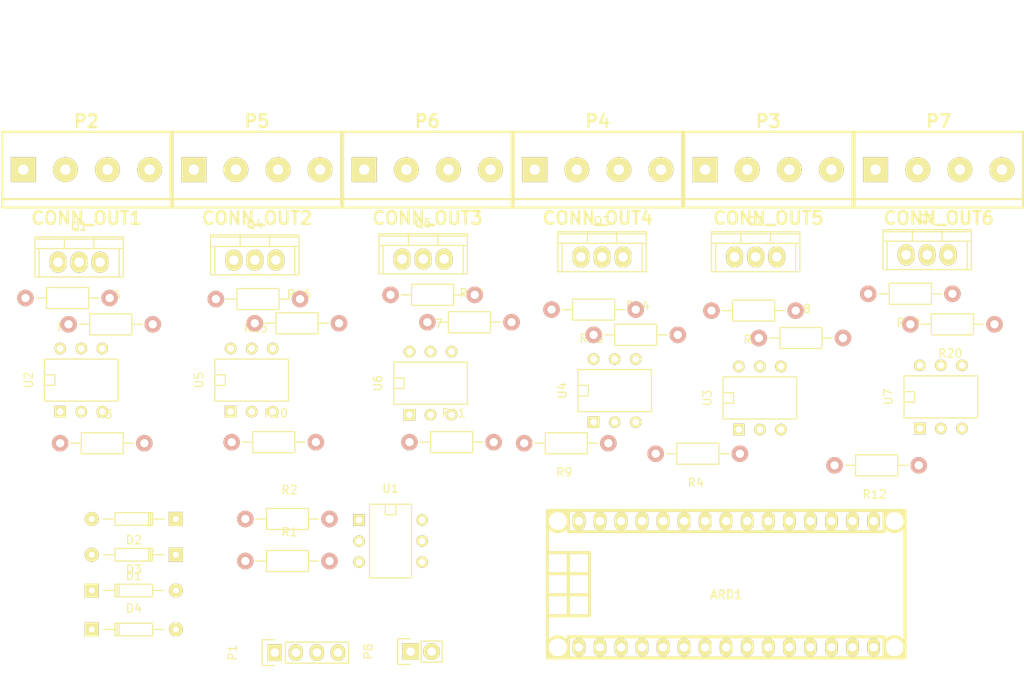
<source format=kicad_pcb>
(kicad_pcb (version 4) (host pcbnew "(after 2015-mar-04 BZR unknown)-product")

  (general
    (links 83)
    (no_connects 83)
    (area 0 0 0 0)
    (thickness 1.6)
    (drawings 1)
    (tracks 0)
    (zones 0)
    (modules 46)
    (nets 54)
  )

  (page A4)
  (layers
    (0 F.Cu signal)
    (31 B.Cu signal)
    (32 B.Adhes user)
    (33 F.Adhes user)
    (34 B.Paste user)
    (35 F.Paste user)
    (36 B.SilkS user)
    (37 F.SilkS user)
    (38 B.Mask user)
    (39 F.Mask user)
    (40 Dwgs.User user)
    (41 Cmts.User user)
    (42 Eco1.User user)
    (43 Eco2.User user)
    (44 Edge.Cuts user)
    (45 Margin user)
    (46 B.CrtYd user)
    (47 F.CrtYd user)
    (48 B.Fab user)
    (49 F.Fab user)
  )

  (setup
    (last_trace_width 2)
    (user_trace_width 2)
    (trace_clearance 0.2)
    (zone_clearance 0.508)
    (zone_45_only no)
    (trace_min 0.2)
    (segment_width 0.2)
    (edge_width 0.1)
    (via_size 0.6)
    (via_drill 0.4)
    (via_min_size 0.4)
    (via_min_drill 0.3)
    (uvia_size 0.3)
    (uvia_drill 0.1)
    (uvias_allowed no)
    (uvia_min_size 0.2)
    (uvia_min_drill 0.1)
    (pcb_text_width 0.3)
    (pcb_text_size 1.5 1.5)
    (mod_edge_width 0.15)
    (mod_text_size 1 1)
    (mod_text_width 0.15)
    (pad_size 1.5 1.5)
    (pad_drill 0.6)
    (pad_to_mask_clearance 0)
    (aux_axis_origin 0 0)
    (visible_elements FFFFFF7F)
    (pcbplotparams
      (layerselection 0x00030_80000001)
      (usegerberextensions false)
      (excludeedgelayer true)
      (linewidth 0.100000)
      (plotframeref false)
      (viasonmask false)
      (mode 1)
      (useauxorigin false)
      (hpglpennumber 1)
      (hpglpenspeed 20)
      (hpglpendiameter 15)
      (hpglpenoverlay 2)
      (psnegative false)
      (psa4output false)
      (plotreference true)
      (plotvalue true)
      (plotinvisibletext false)
      (padsonsilk false)
      (subtractmaskfromsilk false)
      (outputformat 1)
      (mirror false)
      (drillshape 1)
      (scaleselection 1)
      (outputdirectory ""))
  )

  (net 0 "")
  (net 1 /SDA)
  (net 2 /SCL)
  (net 3 "Net-(ARD1-Pad12)")
  (net 4 GND)
  (net 5 /ZCD_PIN)
  (net 6 /OUT_6)
  (net 7 /OUT_5)
  (net 8 /OUT_4)
  (net 9 /OUT_3)
  (net 10 /OUT_2)
  (net 11 /OUT_1)
  (net 12 /220V_N1)
  (net 13 "Net-(D1-Pad2)")
  (net 14 /220V_L1)
  (net 15 "Net-(D3-Pad1)")
  (net 16 /E5V)
  (net 17 "Net-(P2-Pad2)")
  (net 18 "Net-(P2-Pad4)")
  (net 19 /220V_L5)
  (net 20 "Net-(P3-Pad2)")
  (net 21 "Net-(P3-Pad4)")
  (net 22 /220V_L4)
  (net 23 "Net-(P4-Pad2)")
  (net 24 "Net-(P4-Pad4)")
  (net 25 /220V_L2)
  (net 26 "Net-(P5-Pad2)")
  (net 27 "Net-(P5-Pad4)")
  (net 28 /220V_L3)
  (net 29 "Net-(P6-Pad2)")
  (net 30 "Net-(P6-Pad4)")
  (net 31 /220V_L6)
  (net 32 "Net-(P7-Pad2)")
  (net 33 "Net-(P7-Pad4)")
  (net 34 "Net-(Q1-Pad1)")
  (net 35 "Net-(Q2-Pad1)")
  (net 36 "Net-(Q3-Pad1)")
  (net 37 "Net-(Q4-Pad1)")
  (net 38 "Net-(Q5-Pad1)")
  (net 39 "Net-(Q6-Pad1)")
  (net 40 "Net-(R1-Pad2)")
  (net 41 "Net-(R2-Pad2)")
  (net 42 "Net-(R3-Pad1)")
  (net 43 "Net-(R4-Pad1)")
  (net 44 "Net-(R5-Pad2)")
  (net 45 "Net-(R7-Pad2)")
  (net 46 "Net-(R9-Pad1)")
  (net 47 "Net-(R10-Pad1)")
  (net 48 "Net-(R11-Pad1)")
  (net 49 "Net-(R12-Pad1)")
  (net 50 "Net-(R13-Pad2)")
  (net 51 "Net-(R15-Pad2)")
  (net 52 "Net-(R17-Pad2)")
  (net 53 "Net-(R19-Pad2)")

  (net_class Default "This is the default net class."
    (clearance 0.2)
    (trace_width 0.25)
    (via_dia 0.6)
    (via_drill 0.4)
    (uvia_dia 0.3)
    (uvia_drill 0.1)
    (add_net /220V_L1)
    (add_net /220V_L2)
    (add_net /220V_L3)
    (add_net /220V_L4)
    (add_net /220V_L5)
    (add_net /220V_L6)
    (add_net /220V_N1)
    (add_net /E5V)
    (add_net /OUT_1)
    (add_net /OUT_2)
    (add_net /OUT_3)
    (add_net /OUT_4)
    (add_net /OUT_5)
    (add_net /OUT_6)
    (add_net /SCL)
    (add_net /SDA)
    (add_net /ZCD_PIN)
    (add_net GND)
    (add_net "Net-(ARD1-Pad12)")
    (add_net "Net-(D1-Pad2)")
    (add_net "Net-(D3-Pad1)")
    (add_net "Net-(P2-Pad2)")
    (add_net "Net-(P2-Pad4)")
    (add_net "Net-(P3-Pad2)")
    (add_net "Net-(P3-Pad4)")
    (add_net "Net-(P4-Pad2)")
    (add_net "Net-(P4-Pad4)")
    (add_net "Net-(P5-Pad2)")
    (add_net "Net-(P5-Pad4)")
    (add_net "Net-(P6-Pad2)")
    (add_net "Net-(P6-Pad4)")
    (add_net "Net-(P7-Pad2)")
    (add_net "Net-(P7-Pad4)")
    (add_net "Net-(Q1-Pad1)")
    (add_net "Net-(Q2-Pad1)")
    (add_net "Net-(Q3-Pad1)")
    (add_net "Net-(Q4-Pad1)")
    (add_net "Net-(Q5-Pad1)")
    (add_net "Net-(Q6-Pad1)")
    (add_net "Net-(R1-Pad2)")
    (add_net "Net-(R10-Pad1)")
    (add_net "Net-(R11-Pad1)")
    (add_net "Net-(R12-Pad1)")
    (add_net "Net-(R13-Pad2)")
    (add_net "Net-(R15-Pad2)")
    (add_net "Net-(R17-Pad2)")
    (add_net "Net-(R19-Pad2)")
    (add_net "Net-(R2-Pad2)")
    (add_net "Net-(R3-Pad1)")
    (add_net "Net-(R4-Pad1)")
    (add_net "Net-(R5-Pad2)")
    (add_net "Net-(R7-Pad2)")
    (add_net "Net-(R9-Pad1)")
  )

  (net_class 220 ""
    (clearance 5)
    (trace_width 5)
    (via_dia 0.6)
    (via_drill 0.4)
    (uvia_dia 0.3)
    (uvia_drill 0.1)
  )

  (module w_conn_misc:arduino_nano_header (layer F.Cu) (tedit 0) (tstamp 57B722CF)
    (at 199.644 99.06)
    (descr "Arduino Nano Header")
    (tags Arduino)
    (path /57B5D9C5)
    (fp_text reference ARD1 (at 0 1.27) (layer F.SilkS)
      (effects (font (size 1.016 1.016) (thickness 0.2032)))
    )
    (fp_text value Arduino_Nano (at 0 -1.27) (layer F.SilkS) hide
      (effects (font (size 1.016 0.889) (thickness 0.2032)))
    )
    (fp_line (start -16.51 -1.27) (end -21.59 -1.27) (layer F.SilkS) (width 0.381))
    (fp_line (start -16.51 1.27) (end -21.59 1.27) (layer F.SilkS) (width 0.381))
    (fp_line (start -19.05 -3.81) (end -19.05 3.81) (layer F.SilkS) (width 0.381))
    (fp_line (start -21.59 -3.81) (end -16.51 -3.81) (layer F.SilkS) (width 0.381))
    (fp_line (start -16.51 -3.81) (end -16.51 3.81) (layer F.SilkS) (width 0.381))
    (fp_line (start -16.51 3.81) (end -21.59 3.81) (layer F.SilkS) (width 0.381))
    (fp_line (start 21.59 -8.89) (end -21.59 -8.89) (layer F.SilkS) (width 0.381))
    (fp_line (start -21.59 8.89) (end 21.59 8.89) (layer F.SilkS) (width 0.381))
    (fp_line (start -21.59 8.89) (end -21.59 -8.89) (layer F.SilkS) (width 0.381))
    (fp_line (start 21.59 8.89) (end 21.59 -8.89) (layer F.SilkS) (width 0.381))
    (fp_circle (center -20.32 -7.62) (end -21.59 -7.62) (layer F.SilkS) (width 0.381))
    (fp_circle (center -20.32 7.62) (end -21.59 7.62) (layer F.SilkS) (width 0.381))
    (fp_circle (center 20.32 -7.62) (end 21.59 -7.62) (layer F.SilkS) (width 0.381))
    (fp_circle (center 20.32 7.62) (end 21.59 7.62) (layer F.SilkS) (width 0.381))
    (fp_line (start 19.05 -6.35) (end -19.05 -6.35) (layer F.SilkS) (width 0.381))
    (fp_line (start -19.05 6.35) (end 19.05 6.35) (layer F.SilkS) (width 0.381))
    (fp_line (start 19.05 8.89) (end 19.05 6.35) (layer F.SilkS) (width 0.381))
    (fp_line (start 19.05 -6.35) (end 19.05 -8.89) (layer F.SilkS) (width 0.381))
    (fp_line (start -19.05 -8.89) (end -19.05 -6.35) (layer F.SilkS) (width 0.381))
    (fp_line (start -19.05 8.89) (end -19.05 6.35) (layer F.SilkS) (width 0.381))
    (pad 1 thru_hole oval (at -17.78 7.62) (size 1.524 2.19964) (drill 1.00076) (layers *.Cu *.Mask F.SilkS))
    (pad 2 thru_hole oval (at -15.24 7.62) (size 1.524 2.19964) (drill 1.00076) (layers *.Cu *.Mask F.SilkS))
    (pad 3 thru_hole oval (at -12.7 7.62) (size 1.524 2.19964) (drill 1.00076) (layers *.Cu *.Mask F.SilkS))
    (pad 4 thru_hole oval (at -10.16 7.62) (size 1.524 2.19964) (drill 1.00076) (layers *.Cu *.Mask F.SilkS))
    (pad 5 thru_hole oval (at -7.62 7.62) (size 1.524 2.19964) (drill 1.00076) (layers *.Cu *.Mask F.SilkS))
    (pad 6 thru_hole oval (at -5.08 7.62) (size 1.524 2.19964) (drill 1.00076) (layers *.Cu *.Mask F.SilkS))
    (pad 7 thru_hole oval (at -2.54 7.62) (size 1.524 2.19964) (drill 1.00076) (layers *.Cu *.Mask F.SilkS))
    (pad 8 thru_hole oval (at 0 7.62) (size 1.524 2.19964) (drill 1.00076) (layers *.Cu *.Mask F.SilkS)
      (net 1 /SDA))
    (pad 9 thru_hole oval (at 2.54 7.62) (size 1.524 2.19964) (drill 1.00076) (layers *.Cu *.Mask F.SilkS)
      (net 2 /SCL))
    (pad 10 thru_hole oval (at 5.08 7.62) (size 1.524 2.19964) (drill 1.00076) (layers *.Cu *.Mask F.SilkS))
    (pad 11 thru_hole oval (at 7.62 7.62) (size 1.524 2.19964) (drill 1.00076) (layers *.Cu *.Mask F.SilkS))
    (pad 12 thru_hole oval (at 10.16 7.62) (size 1.524 2.19964) (drill 1.00076) (layers *.Cu *.Mask F.SilkS)
      (net 3 "Net-(ARD1-Pad12)"))
    (pad 13 thru_hole oval (at 12.7 7.62) (size 1.524 2.19964) (drill 1.00076) (layers *.Cu *.Mask F.SilkS))
    (pad 14 thru_hole oval (at 15.24 7.62) (size 1.524 2.19964) (drill 1.00076) (layers *.Cu *.Mask F.SilkS)
      (net 4 GND))
    (pad 15 thru_hole oval (at 17.78 7.62) (size 1.524 2.19964) (drill 1.00076) (layers *.Cu *.Mask F.SilkS))
    (pad 16 thru_hole oval (at 17.78 -7.62) (size 1.524 2.19964) (drill 1.00076) (layers *.Cu *.Mask F.SilkS))
    (pad 17 thru_hole oval (at 15.24 -7.62) (size 1.524 2.19964) (drill 1.00076) (layers *.Cu *.Mask F.SilkS))
    (pad 18 thru_hole oval (at 12.7 -7.62) (size 1.524 2.19964) (drill 1.00076) (layers *.Cu *.Mask F.SilkS))
    (pad 19 thru_hole oval (at 10.16 -7.62) (size 1.524 2.19964) (drill 1.00076) (layers *.Cu *.Mask F.SilkS)
      (net 4 GND))
    (pad 20 thru_hole oval (at 7.62 -7.62) (size 1.524 2.1971) (drill 1.00076) (layers *.Cu *.Mask F.SilkS)
      (net 5 /ZCD_PIN))
    (pad 21 thru_hole oval (at 5.08 -7.62) (size 1.524 2.1971) (drill 1.00076) (layers *.Cu *.Mask F.SilkS))
    (pad 22 thru_hole oval (at 2.54 -7.62) (size 1.524 2.1971) (drill 1.00076) (layers *.Cu *.Mask F.SilkS))
    (pad 23 thru_hole oval (at 0 -7.62) (size 1.524 2.1971) (drill 1.00076) (layers *.Cu *.Mask F.SilkS))
    (pad 24 thru_hole oval (at -2.54 -7.62) (size 1.524 2.1971) (drill 0.99822) (layers *.Cu *.Mask F.SilkS))
    (pad 25 thru_hole oval (at -5.08 -7.62) (size 1.524 2.1971) (drill 0.99822) (layers *.Cu *.Mask F.SilkS)
      (net 6 /OUT_6))
    (pad 26 thru_hole oval (at -7.62 -7.62) (size 1.524 2.1971) (drill 0.99822) (layers *.Cu *.Mask F.SilkS)
      (net 7 /OUT_5))
    (pad 27 thru_hole oval (at -10.16 -7.62) (size 1.524 2.1971) (drill 0.99822) (layers *.Cu *.Mask F.SilkS)
      (net 8 /OUT_4))
    (pad 28 thru_hole oval (at -12.7 -7.62) (size 1.524 2.1971) (drill 0.99822) (layers *.Cu *.Mask F.SilkS)
      (net 9 /OUT_3))
    (pad 29 thru_hole oval (at -15.24 -7.62) (size 1.524 2.1971) (drill 0.99822) (layers *.Cu *.Mask F.SilkS)
      (net 10 /OUT_2))
    (pad 30 thru_hole oval (at -17.78 -7.62) (size 1.524 2.1971) (drill 0.99822) (layers *.Cu *.Mask F.SilkS)
      (net 11 /OUT_1))
    (model walter/conn_misc/arduino_nano_header.wrl
      (at (xyz 0 0 0))
      (scale (xyz 1 1 1))
      (rotate (xyz 0 0 0))
    )
  )

  (module Diodes_ThroughHole:Diode_DO-35_SOD27_Horizontal_RM10 (layer F.Cu) (tedit 0) (tstamp 57B722D5)
    (at 128.143 95.504)
    (descr "Diode, DO-35,  SOD27, Horizontal, RM 10mm")
    (tags "Diode, DO-35, SOD27, Horizontal, RM 10mm, 1N4148,")
    (path /57B5834E)
    (fp_text reference D1 (at 0 2.54) (layer F.SilkS)
      (effects (font (size 1 1) (thickness 0.15)))
    )
    (fp_text value D (at -1.016 -3.556) (layer F.Fab)
      (effects (font (size 1 1) (thickness 0.15)))
    )
    (fp_line (start -2.286 0) (end -3.683 0) (layer F.SilkS) (width 0.15))
    (fp_line (start 2.159 0) (end 3.683 0) (layer F.SilkS) (width 0.15))
    (fp_line (start 1.778 -0.762) (end 1.778 0.762) (layer F.SilkS) (width 0.15))
    (fp_line (start 2.032 -0.762) (end 2.032 0.762) (layer F.SilkS) (width 0.15))
    (fp_line (start 2.286 0) (end 2.286 0.762) (layer F.SilkS) (width 0.15))
    (fp_line (start 2.286 0.762) (end -2.286 0.762) (layer F.SilkS) (width 0.15))
    (fp_line (start -2.286 0.762) (end -2.286 -0.762) (layer F.SilkS) (width 0.15))
    (fp_line (start -2.286 -0.762) (end 2.286 -0.762) (layer F.SilkS) (width 0.15))
    (fp_line (start 2.286 -0.762) (end 2.286 0) (layer F.SilkS) (width 0.15))
    (pad 1 thru_hole circle (at -5.08 0) (size 1.69926 1.69926) (drill 0.70104) (layers *.Cu *.Mask F.SilkS)
      (net 12 /220V_N1))
    (pad 2 thru_hole rect (at 5.08 0) (size 1.69926 1.69926) (drill 0.70104) (layers *.Cu *.Mask F.SilkS)
      (net 13 "Net-(D1-Pad2)"))
    (model Diodes_ThroughHole.3dshapes/Diode_DO-35_SOD27_Horizontal_RM10.wrl
      (at (xyz 0 0 0))
      (scale (xyz 0.4 0.4 0.4))
      (rotate (xyz 0 0 0))
    )
  )

  (module Diodes_ThroughHole:Diode_DO-35_SOD27_Horizontal_RM10 (layer F.Cu) (tedit 0) (tstamp 57B722DB)
    (at 128.143 91.186)
    (descr "Diode, DO-35,  SOD27, Horizontal, RM 10mm")
    (tags "Diode, DO-35, SOD27, Horizontal, RM 10mm, 1N4148,")
    (path /57B583A7)
    (fp_text reference D2 (at 0 2.54) (layer F.SilkS)
      (effects (font (size 1 1) (thickness 0.15)))
    )
    (fp_text value D (at -1.016 -3.556) (layer F.Fab)
      (effects (font (size 1 1) (thickness 0.15)))
    )
    (fp_line (start -2.286 0) (end -3.683 0) (layer F.SilkS) (width 0.15))
    (fp_line (start 2.159 0) (end 3.683 0) (layer F.SilkS) (width 0.15))
    (fp_line (start 1.778 -0.762) (end 1.778 0.762) (layer F.SilkS) (width 0.15))
    (fp_line (start 2.032 -0.762) (end 2.032 0.762) (layer F.SilkS) (width 0.15))
    (fp_line (start 2.286 0) (end 2.286 0.762) (layer F.SilkS) (width 0.15))
    (fp_line (start 2.286 0.762) (end -2.286 0.762) (layer F.SilkS) (width 0.15))
    (fp_line (start -2.286 0.762) (end -2.286 -0.762) (layer F.SilkS) (width 0.15))
    (fp_line (start -2.286 -0.762) (end 2.286 -0.762) (layer F.SilkS) (width 0.15))
    (fp_line (start 2.286 -0.762) (end 2.286 0) (layer F.SilkS) (width 0.15))
    (pad 1 thru_hole circle (at -5.08 0) (size 1.69926 1.69926) (drill 0.70104) (layers *.Cu *.Mask F.SilkS)
      (net 14 /220V_L1))
    (pad 2 thru_hole rect (at 5.08 0) (size 1.69926 1.69926) (drill 0.70104) (layers *.Cu *.Mask F.SilkS)
      (net 13 "Net-(D1-Pad2)"))
    (model Diodes_ThroughHole.3dshapes/Diode_DO-35_SOD27_Horizontal_RM10.wrl
      (at (xyz 0 0 0))
      (scale (xyz 0.4 0.4 0.4))
      (rotate (xyz 0 0 0))
    )
  )

  (module Diodes_ThroughHole:Diode_DO-35_SOD27_Horizontal_RM10 (layer F.Cu) (tedit 0) (tstamp 57B722E1)
    (at 128.143 99.822 180)
    (descr "Diode, DO-35,  SOD27, Horizontal, RM 10mm")
    (tags "Diode, DO-35, SOD27, Horizontal, RM 10mm, 1N4148,")
    (path /57B5843F)
    (fp_text reference D3 (at 0 2.54 180) (layer F.SilkS)
      (effects (font (size 1 1) (thickness 0.15)))
    )
    (fp_text value D (at -1.016 -3.556 180) (layer F.Fab)
      (effects (font (size 1 1) (thickness 0.15)))
    )
    (fp_line (start -2.286 0) (end -3.683 0) (layer F.SilkS) (width 0.15))
    (fp_line (start 2.159 0) (end 3.683 0) (layer F.SilkS) (width 0.15))
    (fp_line (start 1.778 -0.762) (end 1.778 0.762) (layer F.SilkS) (width 0.15))
    (fp_line (start 2.032 -0.762) (end 2.032 0.762) (layer F.SilkS) (width 0.15))
    (fp_line (start 2.286 0) (end 2.286 0.762) (layer F.SilkS) (width 0.15))
    (fp_line (start 2.286 0.762) (end -2.286 0.762) (layer F.SilkS) (width 0.15))
    (fp_line (start -2.286 0.762) (end -2.286 -0.762) (layer F.SilkS) (width 0.15))
    (fp_line (start -2.286 -0.762) (end 2.286 -0.762) (layer F.SilkS) (width 0.15))
    (fp_line (start 2.286 -0.762) (end 2.286 0) (layer F.SilkS) (width 0.15))
    (pad 1 thru_hole circle (at -5.08 0 180) (size 1.69926 1.69926) (drill 0.70104) (layers *.Cu *.Mask F.SilkS)
      (net 15 "Net-(D3-Pad1)"))
    (pad 2 thru_hole rect (at 5.08 0 180) (size 1.69926 1.69926) (drill 0.70104) (layers *.Cu *.Mask F.SilkS)
      (net 12 /220V_N1))
    (model Diodes_ThroughHole.3dshapes/Diode_DO-35_SOD27_Horizontal_RM10.wrl
      (at (xyz 0 0 0))
      (scale (xyz 0.4 0.4 0.4))
      (rotate (xyz 0 0 0))
    )
  )

  (module Diodes_ThroughHole:Diode_DO-35_SOD27_Horizontal_RM10 (layer F.Cu) (tedit 0) (tstamp 57B722E7)
    (at 128.143 104.521 180)
    (descr "Diode, DO-35,  SOD27, Horizontal, RM 10mm")
    (tags "Diode, DO-35, SOD27, Horizontal, RM 10mm, 1N4148,")
    (path /57B583D7)
    (fp_text reference D4 (at 0 2.54 180) (layer F.SilkS)
      (effects (font (size 1 1) (thickness 0.15)))
    )
    (fp_text value D (at -1.016 -3.556 180) (layer F.Fab)
      (effects (font (size 1 1) (thickness 0.15)))
    )
    (fp_line (start -2.286 0) (end -3.683 0) (layer F.SilkS) (width 0.15))
    (fp_line (start 2.159 0) (end 3.683 0) (layer F.SilkS) (width 0.15))
    (fp_line (start 1.778 -0.762) (end 1.778 0.762) (layer F.SilkS) (width 0.15))
    (fp_line (start 2.032 -0.762) (end 2.032 0.762) (layer F.SilkS) (width 0.15))
    (fp_line (start 2.286 0) (end 2.286 0.762) (layer F.SilkS) (width 0.15))
    (fp_line (start 2.286 0.762) (end -2.286 0.762) (layer F.SilkS) (width 0.15))
    (fp_line (start -2.286 0.762) (end -2.286 -0.762) (layer F.SilkS) (width 0.15))
    (fp_line (start -2.286 -0.762) (end 2.286 -0.762) (layer F.SilkS) (width 0.15))
    (fp_line (start 2.286 -0.762) (end 2.286 0) (layer F.SilkS) (width 0.15))
    (pad 1 thru_hole circle (at -5.08 0 180) (size 1.69926 1.69926) (drill 0.70104) (layers *.Cu *.Mask F.SilkS)
      (net 15 "Net-(D3-Pad1)"))
    (pad 2 thru_hole rect (at 5.08 0 180) (size 1.69926 1.69926) (drill 0.70104) (layers *.Cu *.Mask F.SilkS)
      (net 14 /220V_L1))
    (model Diodes_ThroughHole.3dshapes/Diode_DO-35_SOD27_Horizontal_RM10.wrl
      (at (xyz 0 0 0))
      (scale (xyz 0.4 0.4 0.4))
      (rotate (xyz 0 0 0))
    )
  )

  (module Pin_Headers:Pin_Header_Straight_1x04 (layer F.Cu) (tedit 0) (tstamp 57B722EF)
    (at 145.161 107.315 90)
    (descr "Through hole pin header")
    (tags "pin header")
    (path /57B5ECD7)
    (fp_text reference P1 (at 0 -5.1 90) (layer F.SilkS)
      (effects (font (size 1 1) (thickness 0.15)))
    )
    (fp_text value CONN_IN (at 0 -3.1 90) (layer F.Fab)
      (effects (font (size 1 1) (thickness 0.15)))
    )
    (fp_line (start -1.75 -1.75) (end -1.75 9.4) (layer F.CrtYd) (width 0.05))
    (fp_line (start 1.75 -1.75) (end 1.75 9.4) (layer F.CrtYd) (width 0.05))
    (fp_line (start -1.75 -1.75) (end 1.75 -1.75) (layer F.CrtYd) (width 0.05))
    (fp_line (start -1.75 9.4) (end 1.75 9.4) (layer F.CrtYd) (width 0.05))
    (fp_line (start -1.27 1.27) (end -1.27 8.89) (layer F.SilkS) (width 0.15))
    (fp_line (start 1.27 1.27) (end 1.27 8.89) (layer F.SilkS) (width 0.15))
    (fp_line (start 1.55 -1.55) (end 1.55 0) (layer F.SilkS) (width 0.15))
    (fp_line (start -1.27 8.89) (end 1.27 8.89) (layer F.SilkS) (width 0.15))
    (fp_line (start 1.27 1.27) (end -1.27 1.27) (layer F.SilkS) (width 0.15))
    (fp_line (start -1.55 0) (end -1.55 -1.55) (layer F.SilkS) (width 0.15))
    (fp_line (start -1.55 -1.55) (end 1.55 -1.55) (layer F.SilkS) (width 0.15))
    (pad 1 thru_hole rect (at 0 0 90) (size 2.032 1.7272) (drill 1.016) (layers *.Cu *.Mask F.SilkS)
      (net 1 /SDA))
    (pad 2 thru_hole oval (at 0 2.54 90) (size 2.032 1.7272) (drill 1.016) (layers *.Cu *.Mask F.SilkS)
      (net 2 /SCL))
    (pad 3 thru_hole oval (at 0 5.08 90) (size 2.032 1.7272) (drill 1.016) (layers *.Cu *.Mask F.SilkS)
      (net 16 /E5V))
    (pad 4 thru_hole oval (at 0 7.62 90) (size 2.032 1.7272) (drill 1.016) (layers *.Cu *.Mask F.SilkS)
      (net 4 GND))
    (model Pin_Headers.3dshapes/Pin_Header_Straight_1x04.wrl
      (at (xyz 0 -0.15 0))
      (scale (xyz 1 1 1))
      (rotate (xyz 0 0 90))
    )
  )

  (module w_con_screw:mors_4p (layer F.Cu) (tedit 0) (tstamp 57B722F7)
    (at 122.428 49.022)
    (descr "Terminal block 4 pins")
    (tags DEV)
    (path /57B70C9D)
    (fp_text reference P2 (at 0 -5.842) (layer F.SilkS)
      (effects (font (thickness 0.3048)))
    )
    (fp_text value CONN_OUT1 (at 0 5.842) (layer F.SilkS)
      (effects (font (thickness 0.3048)))
    )
    (fp_line (start 10.16 4.572) (end -10.16 4.572) (layer F.SilkS) (width 0.254))
    (fp_line (start 10.16 -4.572) (end -10.16 -4.572) (layer F.SilkS) (width 0.254))
    (fp_line (start -10.16 3.556) (end 10.16 3.556) (layer F.SilkS) (width 0.254))
    (fp_line (start 10.16 -4.572) (end 10.16 4.572) (layer F.SilkS) (width 0.254))
    (fp_line (start -10.16 4.572) (end -10.16 3.556) (layer F.SilkS) (width 0.254))
    (fp_line (start -10.16 -4.572) (end -10.16 -3.81) (layer F.SilkS) (width 0.254))
    (fp_line (start -10.16 3.81) (end -10.16 -3.81) (layer F.SilkS) (width 0.254))
    (pad 1 thru_hole rect (at -7.62 0) (size 2.99974 2.99974) (drill 1.24968) (layers *.Cu *.Mask F.SilkS)
      (net 14 /220V_L1))
    (pad 2 thru_hole circle (at -2.54 0) (size 2.99974 2.99974) (drill 1.24968) (layers *.Cu *.Mask F.SilkS)
      (net 17 "Net-(P2-Pad2)"))
    (pad 3 thru_hole circle (at 2.54 0) (size 2.99974 2.99974) (drill 1.24968) (layers *.Cu *.Mask F.SilkS)
      (net 17 "Net-(P2-Pad2)"))
    (pad 4 thru_hole circle (at 7.62 0) (size 2.99974 2.99974) (drill 1.24968) (layers *.Cu *.Mask F.SilkS)
      (net 18 "Net-(P2-Pad4)"))
    (model walter/conn_screw/mors_4p.wrl
      (at (xyz 0 0 0))
      (scale (xyz 1 1 1))
      (rotate (xyz 0 0 0))
    )
  )

  (module w_con_screw:mors_4p (layer F.Cu) (tedit 0) (tstamp 57B722FF)
    (at 204.724 49.022)
    (descr "Terminal block 4 pins")
    (tags DEV)
    (path /57B5C7A4)
    (fp_text reference P3 (at 0 -5.842) (layer F.SilkS)
      (effects (font (thickness 0.3048)))
    )
    (fp_text value CONN_OUT5 (at 0 5.842) (layer F.SilkS)
      (effects (font (thickness 0.3048)))
    )
    (fp_line (start 10.16 4.572) (end -10.16 4.572) (layer F.SilkS) (width 0.254))
    (fp_line (start 10.16 -4.572) (end -10.16 -4.572) (layer F.SilkS) (width 0.254))
    (fp_line (start -10.16 3.556) (end 10.16 3.556) (layer F.SilkS) (width 0.254))
    (fp_line (start 10.16 -4.572) (end 10.16 4.572) (layer F.SilkS) (width 0.254))
    (fp_line (start -10.16 4.572) (end -10.16 3.556) (layer F.SilkS) (width 0.254))
    (fp_line (start -10.16 -4.572) (end -10.16 -3.81) (layer F.SilkS) (width 0.254))
    (fp_line (start -10.16 3.81) (end -10.16 -3.81) (layer F.SilkS) (width 0.254))
    (pad 1 thru_hole rect (at -7.62 0) (size 2.99974 2.99974) (drill 1.24968) (layers *.Cu *.Mask F.SilkS)
      (net 19 /220V_L5))
    (pad 2 thru_hole circle (at -2.54 0) (size 2.99974 2.99974) (drill 1.24968) (layers *.Cu *.Mask F.SilkS)
      (net 20 "Net-(P3-Pad2)"))
    (pad 3 thru_hole circle (at 2.54 0) (size 2.99974 2.99974) (drill 1.24968) (layers *.Cu *.Mask F.SilkS)
      (net 20 "Net-(P3-Pad2)"))
    (pad 4 thru_hole circle (at 7.62 0) (size 2.99974 2.99974) (drill 1.24968) (layers *.Cu *.Mask F.SilkS)
      (net 21 "Net-(P3-Pad4)"))
    (model walter/conn_screw/mors_4p.wrl
      (at (xyz 0 0 0))
      (scale (xyz 1 1 1))
      (rotate (xyz 0 0 0))
    )
  )

  (module w_con_screw:mors_4p (layer F.Cu) (tedit 0) (tstamp 57B72307)
    (at 184.15 49.022)
    (descr "Terminal block 4 pins")
    (tags DEV)
    (path /57B6EB17)
    (fp_text reference P4 (at 0 -5.842) (layer F.SilkS)
      (effects (font (thickness 0.3048)))
    )
    (fp_text value CONN_OUT4 (at 0 5.842) (layer F.SilkS)
      (effects (font (thickness 0.3048)))
    )
    (fp_line (start 10.16 4.572) (end -10.16 4.572) (layer F.SilkS) (width 0.254))
    (fp_line (start 10.16 -4.572) (end -10.16 -4.572) (layer F.SilkS) (width 0.254))
    (fp_line (start -10.16 3.556) (end 10.16 3.556) (layer F.SilkS) (width 0.254))
    (fp_line (start 10.16 -4.572) (end 10.16 4.572) (layer F.SilkS) (width 0.254))
    (fp_line (start -10.16 4.572) (end -10.16 3.556) (layer F.SilkS) (width 0.254))
    (fp_line (start -10.16 -4.572) (end -10.16 -3.81) (layer F.SilkS) (width 0.254))
    (fp_line (start -10.16 3.81) (end -10.16 -3.81) (layer F.SilkS) (width 0.254))
    (pad 1 thru_hole rect (at -7.62 0) (size 2.99974 2.99974) (drill 1.24968) (layers *.Cu *.Mask F.SilkS)
      (net 22 /220V_L4))
    (pad 2 thru_hole circle (at -2.54 0) (size 2.99974 2.99974) (drill 1.24968) (layers *.Cu *.Mask F.SilkS)
      (net 23 "Net-(P4-Pad2)"))
    (pad 3 thru_hole circle (at 2.54 0) (size 2.99974 2.99974) (drill 1.24968) (layers *.Cu *.Mask F.SilkS)
      (net 23 "Net-(P4-Pad2)"))
    (pad 4 thru_hole circle (at 7.62 0) (size 2.99974 2.99974) (drill 1.24968) (layers *.Cu *.Mask F.SilkS)
      (net 24 "Net-(P4-Pad4)"))
    (model walter/conn_screw/mors_4p.wrl
      (at (xyz 0 0 0))
      (scale (xyz 1 1 1))
      (rotate (xyz 0 0 0))
    )
  )

  (module w_con_screw:mors_4p (layer F.Cu) (tedit 0) (tstamp 57B7230F)
    (at 143.002 49.022)
    (descr "Terminal block 4 pins")
    (tags DEV)
    (path /57B70B90)
    (fp_text reference P5 (at 0 -5.842) (layer F.SilkS)
      (effects (font (thickness 0.3048)))
    )
    (fp_text value CONN_OUT2 (at 0 5.842) (layer F.SilkS)
      (effects (font (thickness 0.3048)))
    )
    (fp_line (start 10.16 4.572) (end -10.16 4.572) (layer F.SilkS) (width 0.254))
    (fp_line (start 10.16 -4.572) (end -10.16 -4.572) (layer F.SilkS) (width 0.254))
    (fp_line (start -10.16 3.556) (end 10.16 3.556) (layer F.SilkS) (width 0.254))
    (fp_line (start 10.16 -4.572) (end 10.16 4.572) (layer F.SilkS) (width 0.254))
    (fp_line (start -10.16 4.572) (end -10.16 3.556) (layer F.SilkS) (width 0.254))
    (fp_line (start -10.16 -4.572) (end -10.16 -3.81) (layer F.SilkS) (width 0.254))
    (fp_line (start -10.16 3.81) (end -10.16 -3.81) (layer F.SilkS) (width 0.254))
    (pad 1 thru_hole rect (at -7.62 0) (size 2.99974 2.99974) (drill 1.24968) (layers *.Cu *.Mask F.SilkS)
      (net 25 /220V_L2))
    (pad 2 thru_hole circle (at -2.54 0) (size 2.99974 2.99974) (drill 1.24968) (layers *.Cu *.Mask F.SilkS)
      (net 26 "Net-(P5-Pad2)"))
    (pad 3 thru_hole circle (at 2.54 0) (size 2.99974 2.99974) (drill 1.24968) (layers *.Cu *.Mask F.SilkS)
      (net 26 "Net-(P5-Pad2)"))
    (pad 4 thru_hole circle (at 7.62 0) (size 2.99974 2.99974) (drill 1.24968) (layers *.Cu *.Mask F.SilkS)
      (net 27 "Net-(P5-Pad4)"))
    (model walter/conn_screw/mors_4p.wrl
      (at (xyz 0 0 0))
      (scale (xyz 1 1 1))
      (rotate (xyz 0 0 0))
    )
  )

  (module w_con_screw:mors_4p (layer F.Cu) (tedit 0) (tstamp 57B72317)
    (at 163.576 49.022)
    (descr "Terminal block 4 pins")
    (tags DEV)
    (path /57B6EC00)
    (fp_text reference P6 (at 0 -5.842) (layer F.SilkS)
      (effects (font (thickness 0.3048)))
    )
    (fp_text value CONN_OUT3 (at 0 5.842) (layer F.SilkS)
      (effects (font (thickness 0.3048)))
    )
    (fp_line (start 10.16 4.572) (end -10.16 4.572) (layer F.SilkS) (width 0.254))
    (fp_line (start 10.16 -4.572) (end -10.16 -4.572) (layer F.SilkS) (width 0.254))
    (fp_line (start -10.16 3.556) (end 10.16 3.556) (layer F.SilkS) (width 0.254))
    (fp_line (start 10.16 -4.572) (end 10.16 4.572) (layer F.SilkS) (width 0.254))
    (fp_line (start -10.16 4.572) (end -10.16 3.556) (layer F.SilkS) (width 0.254))
    (fp_line (start -10.16 -4.572) (end -10.16 -3.81) (layer F.SilkS) (width 0.254))
    (fp_line (start -10.16 3.81) (end -10.16 -3.81) (layer F.SilkS) (width 0.254))
    (pad 1 thru_hole rect (at -7.62 0) (size 2.99974 2.99974) (drill 1.24968) (layers *.Cu *.Mask F.SilkS)
      (net 28 /220V_L3))
    (pad 2 thru_hole circle (at -2.54 0) (size 2.99974 2.99974) (drill 1.24968) (layers *.Cu *.Mask F.SilkS)
      (net 29 "Net-(P6-Pad2)"))
    (pad 3 thru_hole circle (at 2.54 0) (size 2.99974 2.99974) (drill 1.24968) (layers *.Cu *.Mask F.SilkS)
      (net 29 "Net-(P6-Pad2)"))
    (pad 4 thru_hole circle (at 7.62 0) (size 2.99974 2.99974) (drill 1.24968) (layers *.Cu *.Mask F.SilkS)
      (net 30 "Net-(P6-Pad4)"))
    (model walter/conn_screw/mors_4p.wrl
      (at (xyz 0 0 0))
      (scale (xyz 1 1 1))
      (rotate (xyz 0 0 0))
    )
  )

  (module w_con_screw:mors_4p (layer F.Cu) (tedit 0) (tstamp 57B7231F)
    (at 225.298 49.022)
    (descr "Terminal block 4 pins")
    (tags DEV)
    (path /57B6E287)
    (fp_text reference P7 (at 0 -5.842) (layer F.SilkS)
      (effects (font (thickness 0.3048)))
    )
    (fp_text value CONN_OUT6 (at 0 5.842) (layer F.SilkS)
      (effects (font (thickness 0.3048)))
    )
    (fp_line (start 10.16 4.572) (end -10.16 4.572) (layer F.SilkS) (width 0.254))
    (fp_line (start 10.16 -4.572) (end -10.16 -4.572) (layer F.SilkS) (width 0.254))
    (fp_line (start -10.16 3.556) (end 10.16 3.556) (layer F.SilkS) (width 0.254))
    (fp_line (start 10.16 -4.572) (end 10.16 4.572) (layer F.SilkS) (width 0.254))
    (fp_line (start -10.16 4.572) (end -10.16 3.556) (layer F.SilkS) (width 0.254))
    (fp_line (start -10.16 -4.572) (end -10.16 -3.81) (layer F.SilkS) (width 0.254))
    (fp_line (start -10.16 3.81) (end -10.16 -3.81) (layer F.SilkS) (width 0.254))
    (pad 1 thru_hole rect (at -7.62 0) (size 2.99974 2.99974) (drill 1.24968) (layers *.Cu *.Mask F.SilkS)
      (net 31 /220V_L6))
    (pad 2 thru_hole circle (at -2.54 0) (size 2.99974 2.99974) (drill 1.24968) (layers *.Cu *.Mask F.SilkS)
      (net 32 "Net-(P7-Pad2)"))
    (pad 3 thru_hole circle (at 2.54 0) (size 2.99974 2.99974) (drill 1.24968) (layers *.Cu *.Mask F.SilkS)
      (net 32 "Net-(P7-Pad2)"))
    (pad 4 thru_hole circle (at 7.62 0) (size 2.99974 2.99974) (drill 1.24968) (layers *.Cu *.Mask F.SilkS)
      (net 33 "Net-(P7-Pad4)"))
    (model walter/conn_screw/mors_4p.wrl
      (at (xyz 0 0 0))
      (scale (xyz 1 1 1))
      (rotate (xyz 0 0 0))
    )
  )

  (module Pin_Headers:Pin_Header_Straight_1x02 (layer F.Cu) (tedit 54EA090C) (tstamp 57B72325)
    (at 161.544 107.188 90)
    (descr "Through hole pin header")
    (tags "pin header")
    (path /57B61122)
    (fp_text reference P8 (at 0 -5.1 90) (layer F.SilkS)
      (effects (font (size 1 1) (thickness 0.15)))
    )
    (fp_text value CONN_E5V (at 0 -3.1 90) (layer F.Fab)
      (effects (font (size 1 1) (thickness 0.15)))
    )
    (fp_line (start 1.27 1.27) (end 1.27 3.81) (layer F.SilkS) (width 0.15))
    (fp_line (start 1.55 -1.55) (end 1.55 0) (layer F.SilkS) (width 0.15))
    (fp_line (start -1.75 -1.75) (end -1.75 4.3) (layer F.CrtYd) (width 0.05))
    (fp_line (start 1.75 -1.75) (end 1.75 4.3) (layer F.CrtYd) (width 0.05))
    (fp_line (start -1.75 -1.75) (end 1.75 -1.75) (layer F.CrtYd) (width 0.05))
    (fp_line (start -1.75 4.3) (end 1.75 4.3) (layer F.CrtYd) (width 0.05))
    (fp_line (start 1.27 1.27) (end -1.27 1.27) (layer F.SilkS) (width 0.15))
    (fp_line (start -1.55 0) (end -1.55 -1.55) (layer F.SilkS) (width 0.15))
    (fp_line (start -1.55 -1.55) (end 1.55 -1.55) (layer F.SilkS) (width 0.15))
    (fp_line (start -1.27 1.27) (end -1.27 3.81) (layer F.SilkS) (width 0.15))
    (fp_line (start -1.27 3.81) (end 1.27 3.81) (layer F.SilkS) (width 0.15))
    (pad 1 thru_hole rect (at 0 0 90) (size 2.032 2.032) (drill 1.016) (layers *.Cu *.Mask F.SilkS)
      (net 16 /E5V))
    (pad 2 thru_hole oval (at 0 2.54 90) (size 2.032 2.032) (drill 1.016) (layers *.Cu *.Mask F.SilkS)
      (net 3 "Net-(ARD1-Pad12)"))
    (model Pin_Headers.3dshapes/Pin_Header_Straight_1x02.wrl
      (at (xyz 0 -0.05 0))
      (scale (xyz 1 1 1))
      (rotate (xyz 0 0 90))
    )
  )

  (module Power_Integrations:TO-220 (layer F.Cu) (tedit 0) (tstamp 57B7232C)
    (at 121.539 60.198)
    (descr "Non Isolated JEDEC TO-220 Package")
    (tags "Power Integration YN Package")
    (path /57B70CB3)
    (fp_text reference Q1 (at 0 -4.318) (layer F.SilkS)
      (effects (font (size 1 1) (thickness 0.15)))
    )
    (fp_text value TRIAC_BTA (at 0 -4.318) (layer F.Fab)
      (effects (font (size 1 1) (thickness 0.15)))
    )
    (fp_line (start 4.826 -1.651) (end 4.826 1.778) (layer F.SilkS) (width 0.15))
    (fp_line (start -4.826 -1.651) (end -4.826 1.778) (layer F.SilkS) (width 0.15))
    (fp_line (start 5.334 -2.794) (end -5.334 -2.794) (layer F.SilkS) (width 0.15))
    (fp_line (start 1.778 -1.778) (end 1.778 -3.048) (layer F.SilkS) (width 0.15))
    (fp_line (start -1.778 -1.778) (end -1.778 -3.048) (layer F.SilkS) (width 0.15))
    (fp_line (start -5.334 -1.651) (end 5.334 -1.651) (layer F.SilkS) (width 0.15))
    (fp_line (start 5.334 1.778) (end -5.334 1.778) (layer F.SilkS) (width 0.15))
    (fp_line (start -5.334 -3.048) (end -5.334 1.778) (layer F.SilkS) (width 0.15))
    (fp_line (start 5.334 -3.048) (end 5.334 1.778) (layer F.SilkS) (width 0.15))
    (fp_line (start 5.334 -3.048) (end -5.334 -3.048) (layer F.SilkS) (width 0.15))
    (pad 2 thru_hole oval (at 0 0) (size 2.032 2.54) (drill 1.143) (layers *.Cu *.Mask F.SilkS)
      (net 14 /220V_L1))
    (pad 3 thru_hole oval (at 2.54 0) (size 2.032 2.54) (drill 1.143) (layers *.Cu *.Mask F.SilkS)
      (net 18 "Net-(P2-Pad4)"))
    (pad 1 thru_hole oval (at -2.54 0) (size 2.032 2.54) (drill 1.143) (layers *.Cu *.Mask F.SilkS)
      (net 34 "Net-(Q1-Pad1)"))
  )

  (module Power_Integrations:TO-220 (layer F.Cu) (tedit 0) (tstamp 57B72333)
    (at 203.2 59.563)
    (descr "Non Isolated JEDEC TO-220 Package")
    (tags "Power Integration YN Package")
    (path /57B6CE01)
    (fp_text reference Q2 (at 0 -4.318) (layer F.SilkS)
      (effects (font (size 1 1) (thickness 0.15)))
    )
    (fp_text value TRIAC_BTA (at 0 -4.318) (layer F.Fab)
      (effects (font (size 1 1) (thickness 0.15)))
    )
    (fp_line (start 4.826 -1.651) (end 4.826 1.778) (layer F.SilkS) (width 0.15))
    (fp_line (start -4.826 -1.651) (end -4.826 1.778) (layer F.SilkS) (width 0.15))
    (fp_line (start 5.334 -2.794) (end -5.334 -2.794) (layer F.SilkS) (width 0.15))
    (fp_line (start 1.778 -1.778) (end 1.778 -3.048) (layer F.SilkS) (width 0.15))
    (fp_line (start -1.778 -1.778) (end -1.778 -3.048) (layer F.SilkS) (width 0.15))
    (fp_line (start -5.334 -1.651) (end 5.334 -1.651) (layer F.SilkS) (width 0.15))
    (fp_line (start 5.334 1.778) (end -5.334 1.778) (layer F.SilkS) (width 0.15))
    (fp_line (start -5.334 -3.048) (end -5.334 1.778) (layer F.SilkS) (width 0.15))
    (fp_line (start 5.334 -3.048) (end 5.334 1.778) (layer F.SilkS) (width 0.15))
    (fp_line (start 5.334 -3.048) (end -5.334 -3.048) (layer F.SilkS) (width 0.15))
    (pad 2 thru_hole oval (at 0 0) (size 2.032 2.54) (drill 1.143) (layers *.Cu *.Mask F.SilkS)
      (net 19 /220V_L5))
    (pad 3 thru_hole oval (at 2.54 0) (size 2.032 2.54) (drill 1.143) (layers *.Cu *.Mask F.SilkS)
      (net 21 "Net-(P3-Pad4)"))
    (pad 1 thru_hole oval (at -2.54 0) (size 2.032 2.54) (drill 1.143) (layers *.Cu *.Mask F.SilkS)
      (net 35 "Net-(Q2-Pad1)"))
  )

  (module Power_Integrations:TO-220 (layer F.Cu) (tedit 0) (tstamp 57B7233A)
    (at 184.658 59.563)
    (descr "Non Isolated JEDEC TO-220 Package")
    (tags "Power Integration YN Package")
    (path /57B6EB2D)
    (fp_text reference Q3 (at 0 -4.318) (layer F.SilkS)
      (effects (font (size 1 1) (thickness 0.15)))
    )
    (fp_text value TRIAC_BTA (at 0 -4.318) (layer F.Fab)
      (effects (font (size 1 1) (thickness 0.15)))
    )
    (fp_line (start 4.826 -1.651) (end 4.826 1.778) (layer F.SilkS) (width 0.15))
    (fp_line (start -4.826 -1.651) (end -4.826 1.778) (layer F.SilkS) (width 0.15))
    (fp_line (start 5.334 -2.794) (end -5.334 -2.794) (layer F.SilkS) (width 0.15))
    (fp_line (start 1.778 -1.778) (end 1.778 -3.048) (layer F.SilkS) (width 0.15))
    (fp_line (start -1.778 -1.778) (end -1.778 -3.048) (layer F.SilkS) (width 0.15))
    (fp_line (start -5.334 -1.651) (end 5.334 -1.651) (layer F.SilkS) (width 0.15))
    (fp_line (start 5.334 1.778) (end -5.334 1.778) (layer F.SilkS) (width 0.15))
    (fp_line (start -5.334 -3.048) (end -5.334 1.778) (layer F.SilkS) (width 0.15))
    (fp_line (start 5.334 -3.048) (end 5.334 1.778) (layer F.SilkS) (width 0.15))
    (fp_line (start 5.334 -3.048) (end -5.334 -3.048) (layer F.SilkS) (width 0.15))
    (pad 2 thru_hole oval (at 0 0) (size 2.032 2.54) (drill 1.143) (layers *.Cu *.Mask F.SilkS)
      (net 22 /220V_L4))
    (pad 3 thru_hole oval (at 2.54 0) (size 2.032 2.54) (drill 1.143) (layers *.Cu *.Mask F.SilkS)
      (net 24 "Net-(P4-Pad4)"))
    (pad 1 thru_hole oval (at -2.54 0) (size 2.032 2.54) (drill 1.143) (layers *.Cu *.Mask F.SilkS)
      (net 36 "Net-(Q3-Pad1)"))
  )

  (module Power_Integrations:TO-220 (layer F.Cu) (tedit 0) (tstamp 57B72341)
    (at 142.748 59.944)
    (descr "Non Isolated JEDEC TO-220 Package")
    (tags "Power Integration YN Package")
    (path /57B70BA6)
    (fp_text reference Q4 (at 0 -4.318) (layer F.SilkS)
      (effects (font (size 1 1) (thickness 0.15)))
    )
    (fp_text value TRIAC_BTA (at 0 -4.318) (layer F.Fab)
      (effects (font (size 1 1) (thickness 0.15)))
    )
    (fp_line (start 4.826 -1.651) (end 4.826 1.778) (layer F.SilkS) (width 0.15))
    (fp_line (start -4.826 -1.651) (end -4.826 1.778) (layer F.SilkS) (width 0.15))
    (fp_line (start 5.334 -2.794) (end -5.334 -2.794) (layer F.SilkS) (width 0.15))
    (fp_line (start 1.778 -1.778) (end 1.778 -3.048) (layer F.SilkS) (width 0.15))
    (fp_line (start -1.778 -1.778) (end -1.778 -3.048) (layer F.SilkS) (width 0.15))
    (fp_line (start -5.334 -1.651) (end 5.334 -1.651) (layer F.SilkS) (width 0.15))
    (fp_line (start 5.334 1.778) (end -5.334 1.778) (layer F.SilkS) (width 0.15))
    (fp_line (start -5.334 -3.048) (end -5.334 1.778) (layer F.SilkS) (width 0.15))
    (fp_line (start 5.334 -3.048) (end 5.334 1.778) (layer F.SilkS) (width 0.15))
    (fp_line (start 5.334 -3.048) (end -5.334 -3.048) (layer F.SilkS) (width 0.15))
    (pad 2 thru_hole oval (at 0 0) (size 2.032 2.54) (drill 1.143) (layers *.Cu *.Mask F.SilkS)
      (net 25 /220V_L2))
    (pad 3 thru_hole oval (at 2.54 0) (size 2.032 2.54) (drill 1.143) (layers *.Cu *.Mask F.SilkS)
      (net 27 "Net-(P5-Pad4)"))
    (pad 1 thru_hole oval (at -2.54 0) (size 2.032 2.54) (drill 1.143) (layers *.Cu *.Mask F.SilkS)
      (net 37 "Net-(Q4-Pad1)"))
  )

  (module Power_Integrations:TO-220 (layer F.Cu) (tedit 0) (tstamp 57B72348)
    (at 163.068 59.817)
    (descr "Non Isolated JEDEC TO-220 Package")
    (tags "Power Integration YN Package")
    (path /57B6EC16)
    (fp_text reference Q5 (at 0 -4.318) (layer F.SilkS)
      (effects (font (size 1 1) (thickness 0.15)))
    )
    (fp_text value TRIAC_BTA (at 0 -4.318) (layer F.Fab)
      (effects (font (size 1 1) (thickness 0.15)))
    )
    (fp_line (start 4.826 -1.651) (end 4.826 1.778) (layer F.SilkS) (width 0.15))
    (fp_line (start -4.826 -1.651) (end -4.826 1.778) (layer F.SilkS) (width 0.15))
    (fp_line (start 5.334 -2.794) (end -5.334 -2.794) (layer F.SilkS) (width 0.15))
    (fp_line (start 1.778 -1.778) (end 1.778 -3.048) (layer F.SilkS) (width 0.15))
    (fp_line (start -1.778 -1.778) (end -1.778 -3.048) (layer F.SilkS) (width 0.15))
    (fp_line (start -5.334 -1.651) (end 5.334 -1.651) (layer F.SilkS) (width 0.15))
    (fp_line (start 5.334 1.778) (end -5.334 1.778) (layer F.SilkS) (width 0.15))
    (fp_line (start -5.334 -3.048) (end -5.334 1.778) (layer F.SilkS) (width 0.15))
    (fp_line (start 5.334 -3.048) (end 5.334 1.778) (layer F.SilkS) (width 0.15))
    (fp_line (start 5.334 -3.048) (end -5.334 -3.048) (layer F.SilkS) (width 0.15))
    (pad 2 thru_hole oval (at 0 0) (size 2.032 2.54) (drill 1.143) (layers *.Cu *.Mask F.SilkS)
      (net 28 /220V_L3))
    (pad 3 thru_hole oval (at 2.54 0) (size 2.032 2.54) (drill 1.143) (layers *.Cu *.Mask F.SilkS)
      (net 30 "Net-(P6-Pad4)"))
    (pad 1 thru_hole oval (at -2.54 0) (size 2.032 2.54) (drill 1.143) (layers *.Cu *.Mask F.SilkS)
      (net 38 "Net-(Q5-Pad1)"))
  )

  (module Power_Integrations:TO-220 (layer F.Cu) (tedit 0) (tstamp 57B7234F)
    (at 223.901 59.309)
    (descr "Non Isolated JEDEC TO-220 Package")
    (tags "Power Integration YN Package")
    (path /57B6E29E)
    (fp_text reference Q6 (at 0 -4.318) (layer F.SilkS)
      (effects (font (size 1 1) (thickness 0.15)))
    )
    (fp_text value TRIAC_BTA (at 0 -4.318) (layer F.Fab)
      (effects (font (size 1 1) (thickness 0.15)))
    )
    (fp_line (start 4.826 -1.651) (end 4.826 1.778) (layer F.SilkS) (width 0.15))
    (fp_line (start -4.826 -1.651) (end -4.826 1.778) (layer F.SilkS) (width 0.15))
    (fp_line (start 5.334 -2.794) (end -5.334 -2.794) (layer F.SilkS) (width 0.15))
    (fp_line (start 1.778 -1.778) (end 1.778 -3.048) (layer F.SilkS) (width 0.15))
    (fp_line (start -1.778 -1.778) (end -1.778 -3.048) (layer F.SilkS) (width 0.15))
    (fp_line (start -5.334 -1.651) (end 5.334 -1.651) (layer F.SilkS) (width 0.15))
    (fp_line (start 5.334 1.778) (end -5.334 1.778) (layer F.SilkS) (width 0.15))
    (fp_line (start -5.334 -3.048) (end -5.334 1.778) (layer F.SilkS) (width 0.15))
    (fp_line (start 5.334 -3.048) (end 5.334 1.778) (layer F.SilkS) (width 0.15))
    (fp_line (start 5.334 -3.048) (end -5.334 -3.048) (layer F.SilkS) (width 0.15))
    (pad 2 thru_hole oval (at 0 0) (size 2.032 2.54) (drill 1.143) (layers *.Cu *.Mask F.SilkS)
      (net 31 /220V_L6))
    (pad 3 thru_hole oval (at 2.54 0) (size 2.032 2.54) (drill 1.143) (layers *.Cu *.Mask F.SilkS)
      (net 33 "Net-(P7-Pad4)"))
    (pad 1 thru_hole oval (at -2.54 0) (size 2.032 2.54) (drill 1.143) (layers *.Cu *.Mask F.SilkS)
      (net 39 "Net-(Q6-Pad1)"))
  )

  (module Resistors_ThroughHole:Resistor_Horizontal_RM10mm (layer F.Cu) (tedit 53F56209) (tstamp 57B72355)
    (at 146.685 96.266)
    (descr "Resistor, Axial,  RM 10mm, 1/3W,")
    (tags "Resistor, Axial, RM 10mm, 1/3W,")
    (path /57B5A299)
    (fp_text reference R1 (at 0.24892 -3.50012) (layer F.SilkS)
      (effects (font (size 1 1) (thickness 0.15)))
    )
    (fp_text value 45K (at 3.81 3.81) (layer F.Fab)
      (effects (font (size 1 1) (thickness 0.15)))
    )
    (fp_line (start -2.54 -1.27) (end 2.54 -1.27) (layer F.SilkS) (width 0.15))
    (fp_line (start 2.54 -1.27) (end 2.54 1.27) (layer F.SilkS) (width 0.15))
    (fp_line (start 2.54 1.27) (end -2.54 1.27) (layer F.SilkS) (width 0.15))
    (fp_line (start -2.54 1.27) (end -2.54 -1.27) (layer F.SilkS) (width 0.15))
    (fp_line (start -2.54 0) (end -3.81 0) (layer F.SilkS) (width 0.15))
    (fp_line (start 2.54 0) (end 3.81 0) (layer F.SilkS) (width 0.15))
    (pad 1 thru_hole circle (at -5.08 0) (size 1.99898 1.99898) (drill 1.00076) (layers *.Cu *.SilkS *.Mask)
      (net 15 "Net-(D3-Pad1)"))
    (pad 2 thru_hole circle (at 5.08 0) (size 1.99898 1.99898) (drill 1.00076) (layers *.Cu *.SilkS *.Mask)
      (net 40 "Net-(R1-Pad2)"))
    (model Resistors_ThroughHole.3dshapes/Resistor_Horizontal_RM10mm.wrl
      (at (xyz 0 0 0))
      (scale (xyz 0.4 0.4 0.4))
      (rotate (xyz 0 0 0))
    )
  )

  (module Resistors_ThroughHole:Resistor_Horizontal_RM10mm (layer F.Cu) (tedit 53F56209) (tstamp 57B7235B)
    (at 146.685 91.186)
    (descr "Resistor, Axial,  RM 10mm, 1/3W,")
    (tags "Resistor, Axial, RM 10mm, 1/3W,")
    (path /57B5A33F)
    (fp_text reference R2 (at 0.24892 -3.50012) (layer F.SilkS)
      (effects (font (size 1 1) (thickness 0.15)))
    )
    (fp_text value 45K (at 3.81 3.81) (layer F.Fab)
      (effects (font (size 1 1) (thickness 0.15)))
    )
    (fp_line (start -2.54 -1.27) (end 2.54 -1.27) (layer F.SilkS) (width 0.15))
    (fp_line (start 2.54 -1.27) (end 2.54 1.27) (layer F.SilkS) (width 0.15))
    (fp_line (start 2.54 1.27) (end -2.54 1.27) (layer F.SilkS) (width 0.15))
    (fp_line (start -2.54 1.27) (end -2.54 -1.27) (layer F.SilkS) (width 0.15))
    (fp_line (start -2.54 0) (end -3.81 0) (layer F.SilkS) (width 0.15))
    (fp_line (start 2.54 0) (end 3.81 0) (layer F.SilkS) (width 0.15))
    (pad 1 thru_hole circle (at -5.08 0) (size 1.99898 1.99898) (drill 1.00076) (layers *.Cu *.SilkS *.Mask)
      (net 13 "Net-(D1-Pad2)"))
    (pad 2 thru_hole circle (at 5.08 0) (size 1.99898 1.99898) (drill 1.00076) (layers *.Cu *.SilkS *.Mask)
      (net 41 "Net-(R2-Pad2)"))
    (model Resistors_ThroughHole.3dshapes/Resistor_Horizontal_RM10mm.wrl
      (at (xyz 0 0 0))
      (scale (xyz 0.4 0.4 0.4))
      (rotate (xyz 0 0 0))
    )
  )

  (module Resistors_ThroughHole:Resistor_Horizontal_RM10mm (layer F.Cu) (tedit 53F56209) (tstamp 57B72361)
    (at 124.333 82.042)
    (descr "Resistor, Axial,  RM 10mm, 1/3W,")
    (tags "Resistor, Axial, RM 10mm, 1/3W,")
    (path /57B70CAB)
    (fp_text reference R3 (at 0.24892 -3.50012) (layer F.SilkS)
      (effects (font (size 1 1) (thickness 0.15)))
    )
    (fp_text value 330 (at 3.81 3.81) (layer F.Fab)
      (effects (font (size 1 1) (thickness 0.15)))
    )
    (fp_line (start -2.54 -1.27) (end 2.54 -1.27) (layer F.SilkS) (width 0.15))
    (fp_line (start 2.54 -1.27) (end 2.54 1.27) (layer F.SilkS) (width 0.15))
    (fp_line (start 2.54 1.27) (end -2.54 1.27) (layer F.SilkS) (width 0.15))
    (fp_line (start -2.54 1.27) (end -2.54 -1.27) (layer F.SilkS) (width 0.15))
    (fp_line (start -2.54 0) (end -3.81 0) (layer F.SilkS) (width 0.15))
    (fp_line (start 2.54 0) (end 3.81 0) (layer F.SilkS) (width 0.15))
    (pad 1 thru_hole circle (at -5.08 0) (size 1.99898 1.99898) (drill 1.00076) (layers *.Cu *.SilkS *.Mask)
      (net 42 "Net-(R3-Pad1)"))
    (pad 2 thru_hole circle (at 5.08 0) (size 1.99898 1.99898) (drill 1.00076) (layers *.Cu *.SilkS *.Mask)
      (net 11 /OUT_1))
    (model Resistors_ThroughHole.3dshapes/Resistor_Horizontal_RM10mm.wrl
      (at (xyz 0 0 0))
      (scale (xyz 0.4 0.4 0.4))
      (rotate (xyz 0 0 0))
    )
  )

  (module Resistors_ThroughHole:Resistor_Horizontal_RM10mm (layer F.Cu) (tedit 53F56209) (tstamp 57B72367)
    (at 196.215 83.312 180)
    (descr "Resistor, Axial,  RM 10mm, 1/3W,")
    (tags "Resistor, Axial, RM 10mm, 1/3W,")
    (path /57B5C7BA)
    (fp_text reference R4 (at 0.24892 -3.50012 180) (layer F.SilkS)
      (effects (font (size 1 1) (thickness 0.15)))
    )
    (fp_text value 330 (at 3.81 3.81 180) (layer F.Fab)
      (effects (font (size 1 1) (thickness 0.15)))
    )
    (fp_line (start -2.54 -1.27) (end 2.54 -1.27) (layer F.SilkS) (width 0.15))
    (fp_line (start 2.54 -1.27) (end 2.54 1.27) (layer F.SilkS) (width 0.15))
    (fp_line (start 2.54 1.27) (end -2.54 1.27) (layer F.SilkS) (width 0.15))
    (fp_line (start -2.54 1.27) (end -2.54 -1.27) (layer F.SilkS) (width 0.15))
    (fp_line (start -2.54 0) (end -3.81 0) (layer F.SilkS) (width 0.15))
    (fp_line (start 2.54 0) (end 3.81 0) (layer F.SilkS) (width 0.15))
    (pad 1 thru_hole circle (at -5.08 0 180) (size 1.99898 1.99898) (drill 1.00076) (layers *.Cu *.SilkS *.Mask)
      (net 43 "Net-(R4-Pad1)"))
    (pad 2 thru_hole circle (at 5.08 0 180) (size 1.99898 1.99898) (drill 1.00076) (layers *.Cu *.SilkS *.Mask)
      (net 7 /OUT_5))
    (model Resistors_ThroughHole.3dshapes/Resistor_Horizontal_RM10mm.wrl
      (at (xyz 0 0 0))
      (scale (xyz 0.4 0.4 0.4))
      (rotate (xyz 0 0 0))
    )
  )

  (module Resistors_ThroughHole:Resistor_Horizontal_RM10mm (layer F.Cu) (tedit 53F56209) (tstamp 57B7236D)
    (at 120.142 64.516 180)
    (descr "Resistor, Axial,  RM 10mm, 1/3W,")
    (tags "Resistor, Axial, RM 10mm, 1/3W,")
    (path /57B70C8E)
    (fp_text reference R5 (at 0.24892 -3.50012 180) (layer F.SilkS)
      (effects (font (size 1 1) (thickness 0.15)))
    )
    (fp_text value 330 (at 3.81 3.81 180) (layer F.Fab)
      (effects (font (size 1 1) (thickness 0.15)))
    )
    (fp_line (start -2.54 -1.27) (end 2.54 -1.27) (layer F.SilkS) (width 0.15))
    (fp_line (start 2.54 -1.27) (end 2.54 1.27) (layer F.SilkS) (width 0.15))
    (fp_line (start 2.54 1.27) (end -2.54 1.27) (layer F.SilkS) (width 0.15))
    (fp_line (start -2.54 1.27) (end -2.54 -1.27) (layer F.SilkS) (width 0.15))
    (fp_line (start -2.54 0) (end -3.81 0) (layer F.SilkS) (width 0.15))
    (fp_line (start 2.54 0) (end 3.81 0) (layer F.SilkS) (width 0.15))
    (pad 1 thru_hole circle (at -5.08 0 180) (size 1.99898 1.99898) (drill 1.00076) (layers *.Cu *.SilkS *.Mask)
      (net 14 /220V_L1))
    (pad 2 thru_hole circle (at 5.08 0 180) (size 1.99898 1.99898) (drill 1.00076) (layers *.Cu *.SilkS *.Mask)
      (net 44 "Net-(R5-Pad2)"))
    (model Resistors_ThroughHole.3dshapes/Resistor_Horizontal_RM10mm.wrl
      (at (xyz 0 0 0))
      (scale (xyz 0.4 0.4 0.4))
      (rotate (xyz 0 0 0))
    )
  )

  (module Resistors_ThroughHole:Resistor_Horizontal_RM10mm (layer F.Cu) (tedit 53F56209) (tstamp 57B72373)
    (at 125.349 67.691)
    (descr "Resistor, Axial,  RM 10mm, 1/3W,")
    (tags "Resistor, Axial, RM 10mm, 1/3W,")
    (path /57B70C94)
    (fp_text reference R6 (at 0.24892 -3.50012) (layer F.SilkS)
      (effects (font (size 1 1) (thickness 0.15)))
    )
    (fp_text value 330 (at 3.81 3.81) (layer F.Fab)
      (effects (font (size 1 1) (thickness 0.15)))
    )
    (fp_line (start -2.54 -1.27) (end 2.54 -1.27) (layer F.SilkS) (width 0.15))
    (fp_line (start 2.54 -1.27) (end 2.54 1.27) (layer F.SilkS) (width 0.15))
    (fp_line (start 2.54 1.27) (end -2.54 1.27) (layer F.SilkS) (width 0.15))
    (fp_line (start -2.54 1.27) (end -2.54 -1.27) (layer F.SilkS) (width 0.15))
    (fp_line (start -2.54 0) (end -3.81 0) (layer F.SilkS) (width 0.15))
    (fp_line (start 2.54 0) (end 3.81 0) (layer F.SilkS) (width 0.15))
    (pad 1 thru_hole circle (at -5.08 0) (size 1.99898 1.99898) (drill 1.00076) (layers *.Cu *.SilkS *.Mask)
      (net 34 "Net-(Q1-Pad1)"))
    (pad 2 thru_hole circle (at 5.08 0) (size 1.99898 1.99898) (drill 1.00076) (layers *.Cu *.SilkS *.Mask)
      (net 18 "Net-(P2-Pad4)"))
    (model Resistors_ThroughHole.3dshapes/Resistor_Horizontal_RM10mm.wrl
      (at (xyz 0 0 0))
      (scale (xyz 0.4 0.4 0.4))
      (rotate (xyz 0 0 0))
    )
  )

  (module Resistors_ThroughHole:Resistor_Horizontal_RM10mm (layer F.Cu) (tedit 53F56209) (tstamp 57B72379)
    (at 202.946 66.04 180)
    (descr "Resistor, Axial,  RM 10mm, 1/3W,")
    (tags "Resistor, Axial, RM 10mm, 1/3W,")
    (path /57B5C792)
    (fp_text reference R7 (at 0.24892 -3.50012 180) (layer F.SilkS)
      (effects (font (size 1 1) (thickness 0.15)))
    )
    (fp_text value 330 (at 3.81 3.81 180) (layer F.Fab)
      (effects (font (size 1 1) (thickness 0.15)))
    )
    (fp_line (start -2.54 -1.27) (end 2.54 -1.27) (layer F.SilkS) (width 0.15))
    (fp_line (start 2.54 -1.27) (end 2.54 1.27) (layer F.SilkS) (width 0.15))
    (fp_line (start 2.54 1.27) (end -2.54 1.27) (layer F.SilkS) (width 0.15))
    (fp_line (start -2.54 1.27) (end -2.54 -1.27) (layer F.SilkS) (width 0.15))
    (fp_line (start -2.54 0) (end -3.81 0) (layer F.SilkS) (width 0.15))
    (fp_line (start 2.54 0) (end 3.81 0) (layer F.SilkS) (width 0.15))
    (pad 1 thru_hole circle (at -5.08 0 180) (size 1.99898 1.99898) (drill 1.00076) (layers *.Cu *.SilkS *.Mask)
      (net 19 /220V_L5))
    (pad 2 thru_hole circle (at 5.08 0 180) (size 1.99898 1.99898) (drill 1.00076) (layers *.Cu *.SilkS *.Mask)
      (net 45 "Net-(R7-Pad2)"))
    (model Resistors_ThroughHole.3dshapes/Resistor_Horizontal_RM10mm.wrl
      (at (xyz 0 0 0))
      (scale (xyz 0.4 0.4 0.4))
      (rotate (xyz 0 0 0))
    )
  )

  (module Resistors_ThroughHole:Resistor_Horizontal_RM10mm (layer F.Cu) (tedit 53F56209) (tstamp 57B7237F)
    (at 208.661 69.342)
    (descr "Resistor, Axial,  RM 10mm, 1/3W,")
    (tags "Resistor, Axial, RM 10mm, 1/3W,")
    (path /57B5C798)
    (fp_text reference R8 (at 0.24892 -3.50012) (layer F.SilkS)
      (effects (font (size 1 1) (thickness 0.15)))
    )
    (fp_text value 330 (at 3.81 3.81) (layer F.Fab)
      (effects (font (size 1 1) (thickness 0.15)))
    )
    (fp_line (start -2.54 -1.27) (end 2.54 -1.27) (layer F.SilkS) (width 0.15))
    (fp_line (start 2.54 -1.27) (end 2.54 1.27) (layer F.SilkS) (width 0.15))
    (fp_line (start 2.54 1.27) (end -2.54 1.27) (layer F.SilkS) (width 0.15))
    (fp_line (start -2.54 1.27) (end -2.54 -1.27) (layer F.SilkS) (width 0.15))
    (fp_line (start -2.54 0) (end -3.81 0) (layer F.SilkS) (width 0.15))
    (fp_line (start 2.54 0) (end 3.81 0) (layer F.SilkS) (width 0.15))
    (pad 1 thru_hole circle (at -5.08 0) (size 1.99898 1.99898) (drill 1.00076) (layers *.Cu *.SilkS *.Mask)
      (net 35 "Net-(Q2-Pad1)"))
    (pad 2 thru_hole circle (at 5.08 0) (size 1.99898 1.99898) (drill 1.00076) (layers *.Cu *.SilkS *.Mask)
      (net 21 "Net-(P3-Pad4)"))
    (model Resistors_ThroughHole.3dshapes/Resistor_Horizontal_RM10mm.wrl
      (at (xyz 0 0 0))
      (scale (xyz 0.4 0.4 0.4))
      (rotate (xyz 0 0 0))
    )
  )

  (module Resistors_ThroughHole:Resistor_Horizontal_RM10mm (layer F.Cu) (tedit 53F56209) (tstamp 57B72385)
    (at 180.34 82.042 180)
    (descr "Resistor, Axial,  RM 10mm, 1/3W,")
    (tags "Resistor, Axial, RM 10mm, 1/3W,")
    (path /57B6EB25)
    (fp_text reference R9 (at 0.24892 -3.50012 180) (layer F.SilkS)
      (effects (font (size 1 1) (thickness 0.15)))
    )
    (fp_text value 330 (at 3.81 3.81 180) (layer F.Fab)
      (effects (font (size 1 1) (thickness 0.15)))
    )
    (fp_line (start -2.54 -1.27) (end 2.54 -1.27) (layer F.SilkS) (width 0.15))
    (fp_line (start 2.54 -1.27) (end 2.54 1.27) (layer F.SilkS) (width 0.15))
    (fp_line (start 2.54 1.27) (end -2.54 1.27) (layer F.SilkS) (width 0.15))
    (fp_line (start -2.54 1.27) (end -2.54 -1.27) (layer F.SilkS) (width 0.15))
    (fp_line (start -2.54 0) (end -3.81 0) (layer F.SilkS) (width 0.15))
    (fp_line (start 2.54 0) (end 3.81 0) (layer F.SilkS) (width 0.15))
    (pad 1 thru_hole circle (at -5.08 0 180) (size 1.99898 1.99898) (drill 1.00076) (layers *.Cu *.SilkS *.Mask)
      (net 46 "Net-(R9-Pad1)"))
    (pad 2 thru_hole circle (at 5.08 0 180) (size 1.99898 1.99898) (drill 1.00076) (layers *.Cu *.SilkS *.Mask)
      (net 8 /OUT_4))
    (model Resistors_ThroughHole.3dshapes/Resistor_Horizontal_RM10mm.wrl
      (at (xyz 0 0 0))
      (scale (xyz 0.4 0.4 0.4))
      (rotate (xyz 0 0 0))
    )
  )

  (module Resistors_ThroughHole:Resistor_Horizontal_RM10mm (layer F.Cu) (tedit 53F56209) (tstamp 57B7238B)
    (at 145.034 81.915)
    (descr "Resistor, Axial,  RM 10mm, 1/3W,")
    (tags "Resistor, Axial, RM 10mm, 1/3W,")
    (path /57B70B9E)
    (fp_text reference R10 (at 0.24892 -3.50012) (layer F.SilkS)
      (effects (font (size 1 1) (thickness 0.15)))
    )
    (fp_text value 330 (at 3.81 3.81) (layer F.Fab)
      (effects (font (size 1 1) (thickness 0.15)))
    )
    (fp_line (start -2.54 -1.27) (end 2.54 -1.27) (layer F.SilkS) (width 0.15))
    (fp_line (start 2.54 -1.27) (end 2.54 1.27) (layer F.SilkS) (width 0.15))
    (fp_line (start 2.54 1.27) (end -2.54 1.27) (layer F.SilkS) (width 0.15))
    (fp_line (start -2.54 1.27) (end -2.54 -1.27) (layer F.SilkS) (width 0.15))
    (fp_line (start -2.54 0) (end -3.81 0) (layer F.SilkS) (width 0.15))
    (fp_line (start 2.54 0) (end 3.81 0) (layer F.SilkS) (width 0.15))
    (pad 1 thru_hole circle (at -5.08 0) (size 1.99898 1.99898) (drill 1.00076) (layers *.Cu *.SilkS *.Mask)
      (net 47 "Net-(R10-Pad1)"))
    (pad 2 thru_hole circle (at 5.08 0) (size 1.99898 1.99898) (drill 1.00076) (layers *.Cu *.SilkS *.Mask)
      (net 10 /OUT_2))
    (model Resistors_ThroughHole.3dshapes/Resistor_Horizontal_RM10mm.wrl
      (at (xyz 0 0 0))
      (scale (xyz 0.4 0.4 0.4))
      (rotate (xyz 0 0 0))
    )
  )

  (module Resistors_ThroughHole:Resistor_Horizontal_RM10mm (layer F.Cu) (tedit 53F56209) (tstamp 57B72391)
    (at 166.497 81.915)
    (descr "Resistor, Axial,  RM 10mm, 1/3W,")
    (tags "Resistor, Axial, RM 10mm, 1/3W,")
    (path /57B6EC0E)
    (fp_text reference R11 (at 0.24892 -3.50012) (layer F.SilkS)
      (effects (font (size 1 1) (thickness 0.15)))
    )
    (fp_text value 330 (at 3.81 3.81) (layer F.Fab)
      (effects (font (size 1 1) (thickness 0.15)))
    )
    (fp_line (start -2.54 -1.27) (end 2.54 -1.27) (layer F.SilkS) (width 0.15))
    (fp_line (start 2.54 -1.27) (end 2.54 1.27) (layer F.SilkS) (width 0.15))
    (fp_line (start 2.54 1.27) (end -2.54 1.27) (layer F.SilkS) (width 0.15))
    (fp_line (start -2.54 1.27) (end -2.54 -1.27) (layer F.SilkS) (width 0.15))
    (fp_line (start -2.54 0) (end -3.81 0) (layer F.SilkS) (width 0.15))
    (fp_line (start 2.54 0) (end 3.81 0) (layer F.SilkS) (width 0.15))
    (pad 1 thru_hole circle (at -5.08 0) (size 1.99898 1.99898) (drill 1.00076) (layers *.Cu *.SilkS *.Mask)
      (net 48 "Net-(R11-Pad1)"))
    (pad 2 thru_hole circle (at 5.08 0) (size 1.99898 1.99898) (drill 1.00076) (layers *.Cu *.SilkS *.Mask)
      (net 9 /OUT_3))
    (model Resistors_ThroughHole.3dshapes/Resistor_Horizontal_RM10mm.wrl
      (at (xyz 0 0 0))
      (scale (xyz 0.4 0.4 0.4))
      (rotate (xyz 0 0 0))
    )
  )

  (module Resistors_ThroughHole:Resistor_Horizontal_RM10mm (layer F.Cu) (tedit 53F56209) (tstamp 57B72397)
    (at 217.805 84.709 180)
    (descr "Resistor, Axial,  RM 10mm, 1/3W,")
    (tags "Resistor, Axial, RM 10mm, 1/3W,")
    (path /57B6E296)
    (fp_text reference R12 (at 0.24892 -3.50012 180) (layer F.SilkS)
      (effects (font (size 1 1) (thickness 0.15)))
    )
    (fp_text value 330 (at 3.81 3.81 180) (layer F.Fab)
      (effects (font (size 1 1) (thickness 0.15)))
    )
    (fp_line (start -2.54 -1.27) (end 2.54 -1.27) (layer F.SilkS) (width 0.15))
    (fp_line (start 2.54 -1.27) (end 2.54 1.27) (layer F.SilkS) (width 0.15))
    (fp_line (start 2.54 1.27) (end -2.54 1.27) (layer F.SilkS) (width 0.15))
    (fp_line (start -2.54 1.27) (end -2.54 -1.27) (layer F.SilkS) (width 0.15))
    (fp_line (start -2.54 0) (end -3.81 0) (layer F.SilkS) (width 0.15))
    (fp_line (start 2.54 0) (end 3.81 0) (layer F.SilkS) (width 0.15))
    (pad 1 thru_hole circle (at -5.08 0 180) (size 1.99898 1.99898) (drill 1.00076) (layers *.Cu *.SilkS *.Mask)
      (net 49 "Net-(R12-Pad1)"))
    (pad 2 thru_hole circle (at 5.08 0 180) (size 1.99898 1.99898) (drill 1.00076) (layers *.Cu *.SilkS *.Mask)
      (net 6 /OUT_6))
    (model Resistors_ThroughHole.3dshapes/Resistor_Horizontal_RM10mm.wrl
      (at (xyz 0 0 0))
      (scale (xyz 0.4 0.4 0.4))
      (rotate (xyz 0 0 0))
    )
  )

  (module Resistors_ThroughHole:Resistor_Horizontal_RM10mm (layer F.Cu) (tedit 53F56209) (tstamp 57B7239D)
    (at 183.642 65.913 180)
    (descr "Resistor, Axial,  RM 10mm, 1/3W,")
    (tags "Resistor, Axial, RM 10mm, 1/3W,")
    (path /57B6EB08)
    (fp_text reference R13 (at 0.24892 -3.50012 180) (layer F.SilkS)
      (effects (font (size 1 1) (thickness 0.15)))
    )
    (fp_text value 330 (at 3.81 3.81 180) (layer F.Fab)
      (effects (font (size 1 1) (thickness 0.15)))
    )
    (fp_line (start -2.54 -1.27) (end 2.54 -1.27) (layer F.SilkS) (width 0.15))
    (fp_line (start 2.54 -1.27) (end 2.54 1.27) (layer F.SilkS) (width 0.15))
    (fp_line (start 2.54 1.27) (end -2.54 1.27) (layer F.SilkS) (width 0.15))
    (fp_line (start -2.54 1.27) (end -2.54 -1.27) (layer F.SilkS) (width 0.15))
    (fp_line (start -2.54 0) (end -3.81 0) (layer F.SilkS) (width 0.15))
    (fp_line (start 2.54 0) (end 3.81 0) (layer F.SilkS) (width 0.15))
    (pad 1 thru_hole circle (at -5.08 0 180) (size 1.99898 1.99898) (drill 1.00076) (layers *.Cu *.SilkS *.Mask)
      (net 22 /220V_L4))
    (pad 2 thru_hole circle (at 5.08 0 180) (size 1.99898 1.99898) (drill 1.00076) (layers *.Cu *.SilkS *.Mask)
      (net 50 "Net-(R13-Pad2)"))
    (model Resistors_ThroughHole.3dshapes/Resistor_Horizontal_RM10mm.wrl
      (at (xyz 0 0 0))
      (scale (xyz 0.4 0.4 0.4))
      (rotate (xyz 0 0 0))
    )
  )

  (module Resistors_ThroughHole:Resistor_Horizontal_RM10mm (layer F.Cu) (tedit 53F56209) (tstamp 57B723A3)
    (at 188.722 68.961)
    (descr "Resistor, Axial,  RM 10mm, 1/3W,")
    (tags "Resistor, Axial, RM 10mm, 1/3W,")
    (path /57B6EB0E)
    (fp_text reference R14 (at 0.24892 -3.50012) (layer F.SilkS)
      (effects (font (size 1 1) (thickness 0.15)))
    )
    (fp_text value 330 (at 3.81 3.81) (layer F.Fab)
      (effects (font (size 1 1) (thickness 0.15)))
    )
    (fp_line (start -2.54 -1.27) (end 2.54 -1.27) (layer F.SilkS) (width 0.15))
    (fp_line (start 2.54 -1.27) (end 2.54 1.27) (layer F.SilkS) (width 0.15))
    (fp_line (start 2.54 1.27) (end -2.54 1.27) (layer F.SilkS) (width 0.15))
    (fp_line (start -2.54 1.27) (end -2.54 -1.27) (layer F.SilkS) (width 0.15))
    (fp_line (start -2.54 0) (end -3.81 0) (layer F.SilkS) (width 0.15))
    (fp_line (start 2.54 0) (end 3.81 0) (layer F.SilkS) (width 0.15))
    (pad 1 thru_hole circle (at -5.08 0) (size 1.99898 1.99898) (drill 1.00076) (layers *.Cu *.SilkS *.Mask)
      (net 36 "Net-(Q3-Pad1)"))
    (pad 2 thru_hole circle (at 5.08 0) (size 1.99898 1.99898) (drill 1.00076) (layers *.Cu *.SilkS *.Mask)
      (net 24 "Net-(P4-Pad4)"))
    (model Resistors_ThroughHole.3dshapes/Resistor_Horizontal_RM10mm.wrl
      (at (xyz 0 0 0))
      (scale (xyz 0.4 0.4 0.4))
      (rotate (xyz 0 0 0))
    )
  )

  (module Resistors_ThroughHole:Resistor_Horizontal_RM10mm (layer F.Cu) (tedit 53F56209) (tstamp 57B723A9)
    (at 143.129 64.643 180)
    (descr "Resistor, Axial,  RM 10mm, 1/3W,")
    (tags "Resistor, Axial, RM 10mm, 1/3W,")
    (path /57B70B81)
    (fp_text reference R15 (at 0.24892 -3.50012 180) (layer F.SilkS)
      (effects (font (size 1 1) (thickness 0.15)))
    )
    (fp_text value 330 (at 3.81 3.81 180) (layer F.Fab)
      (effects (font (size 1 1) (thickness 0.15)))
    )
    (fp_line (start -2.54 -1.27) (end 2.54 -1.27) (layer F.SilkS) (width 0.15))
    (fp_line (start 2.54 -1.27) (end 2.54 1.27) (layer F.SilkS) (width 0.15))
    (fp_line (start 2.54 1.27) (end -2.54 1.27) (layer F.SilkS) (width 0.15))
    (fp_line (start -2.54 1.27) (end -2.54 -1.27) (layer F.SilkS) (width 0.15))
    (fp_line (start -2.54 0) (end -3.81 0) (layer F.SilkS) (width 0.15))
    (fp_line (start 2.54 0) (end 3.81 0) (layer F.SilkS) (width 0.15))
    (pad 1 thru_hole circle (at -5.08 0 180) (size 1.99898 1.99898) (drill 1.00076) (layers *.Cu *.SilkS *.Mask)
      (net 25 /220V_L2))
    (pad 2 thru_hole circle (at 5.08 0 180) (size 1.99898 1.99898) (drill 1.00076) (layers *.Cu *.SilkS *.Mask)
      (net 51 "Net-(R15-Pad2)"))
    (model Resistors_ThroughHole.3dshapes/Resistor_Horizontal_RM10mm.wrl
      (at (xyz 0 0 0))
      (scale (xyz 0.4 0.4 0.4))
      (rotate (xyz 0 0 0))
    )
  )

  (module Resistors_ThroughHole:Resistor_Horizontal_RM10mm (layer F.Cu) (tedit 53F56209) (tstamp 57B723AF)
    (at 147.828 67.564)
    (descr "Resistor, Axial,  RM 10mm, 1/3W,")
    (tags "Resistor, Axial, RM 10mm, 1/3W,")
    (path /57B70B87)
    (fp_text reference R16 (at 0.24892 -3.50012) (layer F.SilkS)
      (effects (font (size 1 1) (thickness 0.15)))
    )
    (fp_text value 330 (at 3.81 3.81) (layer F.Fab)
      (effects (font (size 1 1) (thickness 0.15)))
    )
    (fp_line (start -2.54 -1.27) (end 2.54 -1.27) (layer F.SilkS) (width 0.15))
    (fp_line (start 2.54 -1.27) (end 2.54 1.27) (layer F.SilkS) (width 0.15))
    (fp_line (start 2.54 1.27) (end -2.54 1.27) (layer F.SilkS) (width 0.15))
    (fp_line (start -2.54 1.27) (end -2.54 -1.27) (layer F.SilkS) (width 0.15))
    (fp_line (start -2.54 0) (end -3.81 0) (layer F.SilkS) (width 0.15))
    (fp_line (start 2.54 0) (end 3.81 0) (layer F.SilkS) (width 0.15))
    (pad 1 thru_hole circle (at -5.08 0) (size 1.99898 1.99898) (drill 1.00076) (layers *.Cu *.SilkS *.Mask)
      (net 37 "Net-(Q4-Pad1)"))
    (pad 2 thru_hole circle (at 5.08 0) (size 1.99898 1.99898) (drill 1.00076) (layers *.Cu *.SilkS *.Mask)
      (net 27 "Net-(P5-Pad4)"))
    (model Resistors_ThroughHole.3dshapes/Resistor_Horizontal_RM10mm.wrl
      (at (xyz 0 0 0))
      (scale (xyz 0.4 0.4 0.4))
      (rotate (xyz 0 0 0))
    )
  )

  (module Resistors_ThroughHole:Resistor_Horizontal_RM10mm (layer F.Cu) (tedit 53F56209) (tstamp 57B723B5)
    (at 164.211 64.135 180)
    (descr "Resistor, Axial,  RM 10mm, 1/3W,")
    (tags "Resistor, Axial, RM 10mm, 1/3W,")
    (path /57B6EBF1)
    (fp_text reference R17 (at 0.24892 -3.50012 180) (layer F.SilkS)
      (effects (font (size 1 1) (thickness 0.15)))
    )
    (fp_text value 330 (at 3.81 3.81 180) (layer F.Fab)
      (effects (font (size 1 1) (thickness 0.15)))
    )
    (fp_line (start -2.54 -1.27) (end 2.54 -1.27) (layer F.SilkS) (width 0.15))
    (fp_line (start 2.54 -1.27) (end 2.54 1.27) (layer F.SilkS) (width 0.15))
    (fp_line (start 2.54 1.27) (end -2.54 1.27) (layer F.SilkS) (width 0.15))
    (fp_line (start -2.54 1.27) (end -2.54 -1.27) (layer F.SilkS) (width 0.15))
    (fp_line (start -2.54 0) (end -3.81 0) (layer F.SilkS) (width 0.15))
    (fp_line (start 2.54 0) (end 3.81 0) (layer F.SilkS) (width 0.15))
    (pad 1 thru_hole circle (at -5.08 0 180) (size 1.99898 1.99898) (drill 1.00076) (layers *.Cu *.SilkS *.Mask)
      (net 28 /220V_L3))
    (pad 2 thru_hole circle (at 5.08 0 180) (size 1.99898 1.99898) (drill 1.00076) (layers *.Cu *.SilkS *.Mask)
      (net 52 "Net-(R17-Pad2)"))
    (model Resistors_ThroughHole.3dshapes/Resistor_Horizontal_RM10mm.wrl
      (at (xyz 0 0 0))
      (scale (xyz 0.4 0.4 0.4))
      (rotate (xyz 0 0 0))
    )
  )

  (module Resistors_ThroughHole:Resistor_Horizontal_RM10mm (layer F.Cu) (tedit 53F56209) (tstamp 57B723BB)
    (at 168.656 67.437)
    (descr "Resistor, Axial,  RM 10mm, 1/3W,")
    (tags "Resistor, Axial, RM 10mm, 1/3W,")
    (path /57B6EBF7)
    (fp_text reference R18 (at 0.24892 -3.50012) (layer F.SilkS)
      (effects (font (size 1 1) (thickness 0.15)))
    )
    (fp_text value 330 (at 3.81 3.81) (layer F.Fab)
      (effects (font (size 1 1) (thickness 0.15)))
    )
    (fp_line (start -2.54 -1.27) (end 2.54 -1.27) (layer F.SilkS) (width 0.15))
    (fp_line (start 2.54 -1.27) (end 2.54 1.27) (layer F.SilkS) (width 0.15))
    (fp_line (start 2.54 1.27) (end -2.54 1.27) (layer F.SilkS) (width 0.15))
    (fp_line (start -2.54 1.27) (end -2.54 -1.27) (layer F.SilkS) (width 0.15))
    (fp_line (start -2.54 0) (end -3.81 0) (layer F.SilkS) (width 0.15))
    (fp_line (start 2.54 0) (end 3.81 0) (layer F.SilkS) (width 0.15))
    (pad 1 thru_hole circle (at -5.08 0) (size 1.99898 1.99898) (drill 1.00076) (layers *.Cu *.SilkS *.Mask)
      (net 38 "Net-(Q5-Pad1)"))
    (pad 2 thru_hole circle (at 5.08 0) (size 1.99898 1.99898) (drill 1.00076) (layers *.Cu *.SilkS *.Mask)
      (net 30 "Net-(P6-Pad4)"))
    (model Resistors_ThroughHole.3dshapes/Resistor_Horizontal_RM10mm.wrl
      (at (xyz 0 0 0))
      (scale (xyz 0.4 0.4 0.4))
      (rotate (xyz 0 0 0))
    )
  )

  (module Resistors_ThroughHole:Resistor_Horizontal_RM10mm (layer F.Cu) (tedit 53F56209) (tstamp 57B723C1)
    (at 221.869 64.008 180)
    (descr "Resistor, Axial,  RM 10mm, 1/3W,")
    (tags "Resistor, Axial, RM 10mm, 1/3W,")
    (path /57B6E278)
    (fp_text reference R19 (at 0.24892 -3.50012 180) (layer F.SilkS)
      (effects (font (size 1 1) (thickness 0.15)))
    )
    (fp_text value 330 (at 3.81 3.81 180) (layer F.Fab)
      (effects (font (size 1 1) (thickness 0.15)))
    )
    (fp_line (start -2.54 -1.27) (end 2.54 -1.27) (layer F.SilkS) (width 0.15))
    (fp_line (start 2.54 -1.27) (end 2.54 1.27) (layer F.SilkS) (width 0.15))
    (fp_line (start 2.54 1.27) (end -2.54 1.27) (layer F.SilkS) (width 0.15))
    (fp_line (start -2.54 1.27) (end -2.54 -1.27) (layer F.SilkS) (width 0.15))
    (fp_line (start -2.54 0) (end -3.81 0) (layer F.SilkS) (width 0.15))
    (fp_line (start 2.54 0) (end 3.81 0) (layer F.SilkS) (width 0.15))
    (pad 1 thru_hole circle (at -5.08 0 180) (size 1.99898 1.99898) (drill 1.00076) (layers *.Cu *.SilkS *.Mask)
      (net 31 /220V_L6))
    (pad 2 thru_hole circle (at 5.08 0 180) (size 1.99898 1.99898) (drill 1.00076) (layers *.Cu *.SilkS *.Mask)
      (net 53 "Net-(R19-Pad2)"))
    (model Resistors_ThroughHole.3dshapes/Resistor_Horizontal_RM10mm.wrl
      (at (xyz 0 0 0))
      (scale (xyz 0.4 0.4 0.4))
      (rotate (xyz 0 0 0))
    )
  )

  (module Resistors_ThroughHole:Resistor_Horizontal_RM10mm (layer F.Cu) (tedit 53F56209) (tstamp 57B723C7)
    (at 226.949 67.691 180)
    (descr "Resistor, Axial,  RM 10mm, 1/3W,")
    (tags "Resistor, Axial, RM 10mm, 1/3W,")
    (path /57B6E27E)
    (fp_text reference R20 (at 0.24892 -3.50012 180) (layer F.SilkS)
      (effects (font (size 1 1) (thickness 0.15)))
    )
    (fp_text value 330 (at 3.81 3.81 180) (layer F.Fab)
      (effects (font (size 1 1) (thickness 0.15)))
    )
    (fp_line (start -2.54 -1.27) (end 2.54 -1.27) (layer F.SilkS) (width 0.15))
    (fp_line (start 2.54 -1.27) (end 2.54 1.27) (layer F.SilkS) (width 0.15))
    (fp_line (start 2.54 1.27) (end -2.54 1.27) (layer F.SilkS) (width 0.15))
    (fp_line (start -2.54 1.27) (end -2.54 -1.27) (layer F.SilkS) (width 0.15))
    (fp_line (start -2.54 0) (end -3.81 0) (layer F.SilkS) (width 0.15))
    (fp_line (start 2.54 0) (end 3.81 0) (layer F.SilkS) (width 0.15))
    (pad 1 thru_hole circle (at -5.08 0 180) (size 1.99898 1.99898) (drill 1.00076) (layers *.Cu *.SilkS *.Mask)
      (net 39 "Net-(Q6-Pad1)"))
    (pad 2 thru_hole circle (at 5.08 0 180) (size 1.99898 1.99898) (drill 1.00076) (layers *.Cu *.SilkS *.Mask)
      (net 33 "Net-(P7-Pad4)"))
    (model Resistors_ThroughHole.3dshapes/Resistor_Horizontal_RM10mm.wrl
      (at (xyz 0 0 0))
      (scale (xyz 0.4 0.4 0.4))
      (rotate (xyz 0 0 0))
    )
  )

  (module Housings_DIP:DIP-6__300 (layer F.Cu) (tedit 0) (tstamp 57B723D1)
    (at 159.131 93.853 270)
    (descr "6 pins DIL package, round pads")
    (tags DIL)
    (path /57B57F95)
    (fp_text reference U1 (at -6.35 0 360) (layer F.SilkS)
      (effects (font (size 1 1) (thickness 0.15)))
    )
    (fp_text value 4N25 (at 0 0 270) (layer F.Fab)
      (effects (font (size 1 1) (thickness 0.15)))
    )
    (fp_line (start -4.445 -2.54) (end 4.445 -2.54) (layer F.SilkS) (width 0.15))
    (fp_line (start 4.445 -2.54) (end 4.445 2.54) (layer F.SilkS) (width 0.15))
    (fp_line (start 4.445 2.54) (end -4.445 2.54) (layer F.SilkS) (width 0.15))
    (fp_line (start -4.445 2.54) (end -4.445 -2.54) (layer F.SilkS) (width 0.15))
    (fp_line (start -4.445 -0.635) (end -3.175 -0.635) (layer F.SilkS) (width 0.15))
    (fp_line (start -3.175 -0.635) (end -3.175 0.635) (layer F.SilkS) (width 0.15))
    (fp_line (start -3.175 0.635) (end -4.445 0.635) (layer F.SilkS) (width 0.15))
    (pad 1 thru_hole rect (at -2.54 3.81 270) (size 1.397 1.397) (drill 0.8128) (layers *.Cu *.Mask F.SilkS)
      (net 41 "Net-(R2-Pad2)"))
    (pad 2 thru_hole circle (at 0 3.81 270) (size 1.397 1.397) (drill 0.8128) (layers *.Cu *.Mask F.SilkS)
      (net 40 "Net-(R1-Pad2)"))
    (pad 3 thru_hole circle (at 2.54 3.81 270) (size 1.397 1.397) (drill 0.8128) (layers *.Cu *.Mask F.SilkS))
    (pad 4 thru_hole circle (at 2.54 -3.81 270) (size 1.397 1.397) (drill 0.8128) (layers *.Cu *.Mask F.SilkS)
      (net 4 GND))
    (pad 5 thru_hole circle (at 0 -3.81 270) (size 1.397 1.397) (drill 0.8128) (layers *.Cu *.Mask F.SilkS)
      (net 5 /ZCD_PIN))
    (pad 6 thru_hole circle (at -2.54 -3.81 270) (size 1.397 1.397) (drill 0.8128) (layers *.Cu *.Mask F.SilkS))
    (model Sockets_DIP.3dshapes/DIP-6__300.wrl
      (at (xyz 0 0 0))
      (scale (xyz 1 1 1))
      (rotate (xyz 0 0 0))
    )
  )

  (module Housings_DIP:DIP-6__300 (layer F.Cu) (tedit 0) (tstamp 57B723DB)
    (at 121.793 74.422)
    (descr "6 pins DIL package, round pads")
    (tags DIL)
    (path /57B70C88)
    (fp_text reference U2 (at -6.35 0 90) (layer F.SilkS)
      (effects (font (size 1 1) (thickness 0.15)))
    )
    (fp_text value MOC3021M (at 0 0) (layer F.Fab)
      (effects (font (size 1 1) (thickness 0.15)))
    )
    (fp_line (start -4.445 -2.54) (end 4.445 -2.54) (layer F.SilkS) (width 0.15))
    (fp_line (start 4.445 -2.54) (end 4.445 2.54) (layer F.SilkS) (width 0.15))
    (fp_line (start 4.445 2.54) (end -4.445 2.54) (layer F.SilkS) (width 0.15))
    (fp_line (start -4.445 2.54) (end -4.445 -2.54) (layer F.SilkS) (width 0.15))
    (fp_line (start -4.445 -0.635) (end -3.175 -0.635) (layer F.SilkS) (width 0.15))
    (fp_line (start -3.175 -0.635) (end -3.175 0.635) (layer F.SilkS) (width 0.15))
    (fp_line (start -3.175 0.635) (end -4.445 0.635) (layer F.SilkS) (width 0.15))
    (pad 1 thru_hole rect (at -2.54 3.81) (size 1.397 1.397) (drill 0.8128) (layers *.Cu *.Mask F.SilkS)
      (net 42 "Net-(R3-Pad1)"))
    (pad 2 thru_hole circle (at 0 3.81) (size 1.397 1.397) (drill 0.8128) (layers *.Cu *.Mask F.SilkS)
      (net 4 GND))
    (pad 3 thru_hole circle (at 2.54 3.81) (size 1.397 1.397) (drill 0.8128) (layers *.Cu *.Mask F.SilkS))
    (pad 4 thru_hole circle (at 2.54 -3.81) (size 1.397 1.397) (drill 0.8128) (layers *.Cu *.Mask F.SilkS)
      (net 34 "Net-(Q1-Pad1)"))
    (pad 5 thru_hole circle (at 0 -3.81) (size 1.397 1.397) (drill 0.8128) (layers *.Cu *.Mask F.SilkS))
    (pad 6 thru_hole circle (at -2.54 -3.81) (size 1.397 1.397) (drill 0.8128) (layers *.Cu *.Mask F.SilkS)
      (net 44 "Net-(R5-Pad2)"))
    (model Sockets_DIP.3dshapes/DIP-6__300.wrl
      (at (xyz 0 0 0))
      (scale (xyz 1 1 1))
      (rotate (xyz 0 0 0))
    )
  )

  (module Housings_DIP:DIP-6__300 (layer F.Cu) (tedit 0) (tstamp 57B723E5)
    (at 203.708 76.581)
    (descr "6 pins DIL package, round pads")
    (tags DIL)
    (path /57B5C786)
    (fp_text reference U3 (at -6.35 0 90) (layer F.SilkS)
      (effects (font (size 1 1) (thickness 0.15)))
    )
    (fp_text value MOC3021M (at 0 0) (layer F.Fab)
      (effects (font (size 1 1) (thickness 0.15)))
    )
    (fp_line (start -4.445 -2.54) (end 4.445 -2.54) (layer F.SilkS) (width 0.15))
    (fp_line (start 4.445 -2.54) (end 4.445 2.54) (layer F.SilkS) (width 0.15))
    (fp_line (start 4.445 2.54) (end -4.445 2.54) (layer F.SilkS) (width 0.15))
    (fp_line (start -4.445 2.54) (end -4.445 -2.54) (layer F.SilkS) (width 0.15))
    (fp_line (start -4.445 -0.635) (end -3.175 -0.635) (layer F.SilkS) (width 0.15))
    (fp_line (start -3.175 -0.635) (end -3.175 0.635) (layer F.SilkS) (width 0.15))
    (fp_line (start -3.175 0.635) (end -4.445 0.635) (layer F.SilkS) (width 0.15))
    (pad 1 thru_hole rect (at -2.54 3.81) (size 1.397 1.397) (drill 0.8128) (layers *.Cu *.Mask F.SilkS)
      (net 43 "Net-(R4-Pad1)"))
    (pad 2 thru_hole circle (at 0 3.81) (size 1.397 1.397) (drill 0.8128) (layers *.Cu *.Mask F.SilkS)
      (net 4 GND))
    (pad 3 thru_hole circle (at 2.54 3.81) (size 1.397 1.397) (drill 0.8128) (layers *.Cu *.Mask F.SilkS))
    (pad 4 thru_hole circle (at 2.54 -3.81) (size 1.397 1.397) (drill 0.8128) (layers *.Cu *.Mask F.SilkS)
      (net 35 "Net-(Q2-Pad1)"))
    (pad 5 thru_hole circle (at 0 -3.81) (size 1.397 1.397) (drill 0.8128) (layers *.Cu *.Mask F.SilkS))
    (pad 6 thru_hole circle (at -2.54 -3.81) (size 1.397 1.397) (drill 0.8128) (layers *.Cu *.Mask F.SilkS)
      (net 45 "Net-(R7-Pad2)"))
    (model Sockets_DIP.3dshapes/DIP-6__300.wrl
      (at (xyz 0 0 0))
      (scale (xyz 1 1 1))
      (rotate (xyz 0 0 0))
    )
  )

  (module Housings_DIP:DIP-6__300 (layer F.Cu) (tedit 0) (tstamp 57B723EF)
    (at 186.182 75.692)
    (descr "6 pins DIL package, round pads")
    (tags DIL)
    (path /57B6EB02)
    (fp_text reference U4 (at -6.35 0 90) (layer F.SilkS)
      (effects (font (size 1 1) (thickness 0.15)))
    )
    (fp_text value MOC3021M (at 0 0) (layer F.Fab)
      (effects (font (size 1 1) (thickness 0.15)))
    )
    (fp_line (start -4.445 -2.54) (end 4.445 -2.54) (layer F.SilkS) (width 0.15))
    (fp_line (start 4.445 -2.54) (end 4.445 2.54) (layer F.SilkS) (width 0.15))
    (fp_line (start 4.445 2.54) (end -4.445 2.54) (layer F.SilkS) (width 0.15))
    (fp_line (start -4.445 2.54) (end -4.445 -2.54) (layer F.SilkS) (width 0.15))
    (fp_line (start -4.445 -0.635) (end -3.175 -0.635) (layer F.SilkS) (width 0.15))
    (fp_line (start -3.175 -0.635) (end -3.175 0.635) (layer F.SilkS) (width 0.15))
    (fp_line (start -3.175 0.635) (end -4.445 0.635) (layer F.SilkS) (width 0.15))
    (pad 1 thru_hole rect (at -2.54 3.81) (size 1.397 1.397) (drill 0.8128) (layers *.Cu *.Mask F.SilkS)
      (net 46 "Net-(R9-Pad1)"))
    (pad 2 thru_hole circle (at 0 3.81) (size 1.397 1.397) (drill 0.8128) (layers *.Cu *.Mask F.SilkS)
      (net 4 GND))
    (pad 3 thru_hole circle (at 2.54 3.81) (size 1.397 1.397) (drill 0.8128) (layers *.Cu *.Mask F.SilkS))
    (pad 4 thru_hole circle (at 2.54 -3.81) (size 1.397 1.397) (drill 0.8128) (layers *.Cu *.Mask F.SilkS)
      (net 36 "Net-(Q3-Pad1)"))
    (pad 5 thru_hole circle (at 0 -3.81) (size 1.397 1.397) (drill 0.8128) (layers *.Cu *.Mask F.SilkS))
    (pad 6 thru_hole circle (at -2.54 -3.81) (size 1.397 1.397) (drill 0.8128) (layers *.Cu *.Mask F.SilkS)
      (net 50 "Net-(R13-Pad2)"))
    (model Sockets_DIP.3dshapes/DIP-6__300.wrl
      (at (xyz 0 0 0))
      (scale (xyz 1 1 1))
      (rotate (xyz 0 0 0))
    )
  )

  (module Housings_DIP:DIP-6__300 (layer F.Cu) (tedit 0) (tstamp 57B723F9)
    (at 142.367 74.422)
    (descr "6 pins DIL package, round pads")
    (tags DIL)
    (path /57B70B7B)
    (fp_text reference U5 (at -6.35 0 90) (layer F.SilkS)
      (effects (font (size 1 1) (thickness 0.15)))
    )
    (fp_text value MOC3021M (at 0 0) (layer F.Fab)
      (effects (font (size 1 1) (thickness 0.15)))
    )
    (fp_line (start -4.445 -2.54) (end 4.445 -2.54) (layer F.SilkS) (width 0.15))
    (fp_line (start 4.445 -2.54) (end 4.445 2.54) (layer F.SilkS) (width 0.15))
    (fp_line (start 4.445 2.54) (end -4.445 2.54) (layer F.SilkS) (width 0.15))
    (fp_line (start -4.445 2.54) (end -4.445 -2.54) (layer F.SilkS) (width 0.15))
    (fp_line (start -4.445 -0.635) (end -3.175 -0.635) (layer F.SilkS) (width 0.15))
    (fp_line (start -3.175 -0.635) (end -3.175 0.635) (layer F.SilkS) (width 0.15))
    (fp_line (start -3.175 0.635) (end -4.445 0.635) (layer F.SilkS) (width 0.15))
    (pad 1 thru_hole rect (at -2.54 3.81) (size 1.397 1.397) (drill 0.8128) (layers *.Cu *.Mask F.SilkS)
      (net 47 "Net-(R10-Pad1)"))
    (pad 2 thru_hole circle (at 0 3.81) (size 1.397 1.397) (drill 0.8128) (layers *.Cu *.Mask F.SilkS)
      (net 4 GND))
    (pad 3 thru_hole circle (at 2.54 3.81) (size 1.397 1.397) (drill 0.8128) (layers *.Cu *.Mask F.SilkS))
    (pad 4 thru_hole circle (at 2.54 -3.81) (size 1.397 1.397) (drill 0.8128) (layers *.Cu *.Mask F.SilkS)
      (net 37 "Net-(Q4-Pad1)"))
    (pad 5 thru_hole circle (at 0 -3.81) (size 1.397 1.397) (drill 0.8128) (layers *.Cu *.Mask F.SilkS))
    (pad 6 thru_hole circle (at -2.54 -3.81) (size 1.397 1.397) (drill 0.8128) (layers *.Cu *.Mask F.SilkS)
      (net 51 "Net-(R15-Pad2)"))
    (model Sockets_DIP.3dshapes/DIP-6__300.wrl
      (at (xyz 0 0 0))
      (scale (xyz 1 1 1))
      (rotate (xyz 0 0 0))
    )
  )

  (module Housings_DIP:DIP-6__300 (layer F.Cu) (tedit 0) (tstamp 57B72403)
    (at 163.957 74.803)
    (descr "6 pins DIL package, round pads")
    (tags DIL)
    (path /57B6EBEB)
    (fp_text reference U6 (at -6.35 0 90) (layer F.SilkS)
      (effects (font (size 1 1) (thickness 0.15)))
    )
    (fp_text value MOC3021M (at 0 0) (layer F.Fab)
      (effects (font (size 1 1) (thickness 0.15)))
    )
    (fp_line (start -4.445 -2.54) (end 4.445 -2.54) (layer F.SilkS) (width 0.15))
    (fp_line (start 4.445 -2.54) (end 4.445 2.54) (layer F.SilkS) (width 0.15))
    (fp_line (start 4.445 2.54) (end -4.445 2.54) (layer F.SilkS) (width 0.15))
    (fp_line (start -4.445 2.54) (end -4.445 -2.54) (layer F.SilkS) (width 0.15))
    (fp_line (start -4.445 -0.635) (end -3.175 -0.635) (layer F.SilkS) (width 0.15))
    (fp_line (start -3.175 -0.635) (end -3.175 0.635) (layer F.SilkS) (width 0.15))
    (fp_line (start -3.175 0.635) (end -4.445 0.635) (layer F.SilkS) (width 0.15))
    (pad 1 thru_hole rect (at -2.54 3.81) (size 1.397 1.397) (drill 0.8128) (layers *.Cu *.Mask F.SilkS)
      (net 48 "Net-(R11-Pad1)"))
    (pad 2 thru_hole circle (at 0 3.81) (size 1.397 1.397) (drill 0.8128) (layers *.Cu *.Mask F.SilkS)
      (net 4 GND))
    (pad 3 thru_hole circle (at 2.54 3.81) (size 1.397 1.397) (drill 0.8128) (layers *.Cu *.Mask F.SilkS))
    (pad 4 thru_hole circle (at 2.54 -3.81) (size 1.397 1.397) (drill 0.8128) (layers *.Cu *.Mask F.SilkS)
      (net 38 "Net-(Q5-Pad1)"))
    (pad 5 thru_hole circle (at 0 -3.81) (size 1.397 1.397) (drill 0.8128) (layers *.Cu *.Mask F.SilkS))
    (pad 6 thru_hole circle (at -2.54 -3.81) (size 1.397 1.397) (drill 0.8128) (layers *.Cu *.Mask F.SilkS)
      (net 52 "Net-(R17-Pad2)"))
    (model Sockets_DIP.3dshapes/DIP-6__300.wrl
      (at (xyz 0 0 0))
      (scale (xyz 1 1 1))
      (rotate (xyz 0 0 0))
    )
  )

  (module Housings_DIP:DIP-6__300 (layer F.Cu) (tedit 0) (tstamp 57B7240D)
    (at 225.552 76.454)
    (descr "6 pins DIL package, round pads")
    (tags DIL)
    (path /57B6E272)
    (fp_text reference U7 (at -6.35 0 90) (layer F.SilkS)
      (effects (font (size 1 1) (thickness 0.15)))
    )
    (fp_text value MOC3021M (at 0 0) (layer F.Fab)
      (effects (font (size 1 1) (thickness 0.15)))
    )
    (fp_line (start -4.445 -2.54) (end 4.445 -2.54) (layer F.SilkS) (width 0.15))
    (fp_line (start 4.445 -2.54) (end 4.445 2.54) (layer F.SilkS) (width 0.15))
    (fp_line (start 4.445 2.54) (end -4.445 2.54) (layer F.SilkS) (width 0.15))
    (fp_line (start -4.445 2.54) (end -4.445 -2.54) (layer F.SilkS) (width 0.15))
    (fp_line (start -4.445 -0.635) (end -3.175 -0.635) (layer F.SilkS) (width 0.15))
    (fp_line (start -3.175 -0.635) (end -3.175 0.635) (layer F.SilkS) (width 0.15))
    (fp_line (start -3.175 0.635) (end -4.445 0.635) (layer F.SilkS) (width 0.15))
    (pad 1 thru_hole rect (at -2.54 3.81) (size 1.397 1.397) (drill 0.8128) (layers *.Cu *.Mask F.SilkS)
      (net 49 "Net-(R12-Pad1)"))
    (pad 2 thru_hole circle (at 0 3.81) (size 1.397 1.397) (drill 0.8128) (layers *.Cu *.Mask F.SilkS)
      (net 4 GND))
    (pad 3 thru_hole circle (at 2.54 3.81) (size 1.397 1.397) (drill 0.8128) (layers *.Cu *.Mask F.SilkS))
    (pad 4 thru_hole circle (at 2.54 -3.81) (size 1.397 1.397) (drill 0.8128) (layers *.Cu *.Mask F.SilkS)
      (net 39 "Net-(Q6-Pad1)"))
    (pad 5 thru_hole circle (at 0 -3.81) (size 1.397 1.397) (drill 0.8128) (layers *.Cu *.Mask F.SilkS))
    (pad 6 thru_hole circle (at -2.54 -3.81) (size 1.397 1.397) (drill 0.8128) (layers *.Cu *.Mask F.SilkS)
      (net 53 "Net-(R19-Pad2)"))
    (model Sockets_DIP.3dshapes/DIP-6__300.wrl
      (at (xyz 0 0 0))
      (scale (xyz 1 1 1))
      (rotate (xyz 0 0 0))
    )
  )

  (dimension 123.317 (width 0.3) (layer Cmts.User)
    (gr_text "123.317 mm" (at 173.7995 30.4) (layer Cmts.User)
      (effects (font (size 1.5 1.5) (thickness 0.3)))
    )
    (feature1 (pts (xy 235.458 44.323) (xy 235.458 29.05)))
    (feature2 (pts (xy 112.141 44.323) (xy 112.141 29.05)))
    (crossbar (pts (xy 112.141 31.75) (xy 235.458 31.75)))
    (arrow1a (pts (xy 235.458 31.75) (xy 234.331496 32.336421)))
    (arrow1b (pts (xy 235.458 31.75) (xy 234.331496 31.163579)))
    (arrow2a (pts (xy 112.141 31.75) (xy 113.267504 32.336421)))
    (arrow2b (pts (xy 112.141 31.75) (xy 113.267504 31.163579)))
  )

)

</source>
